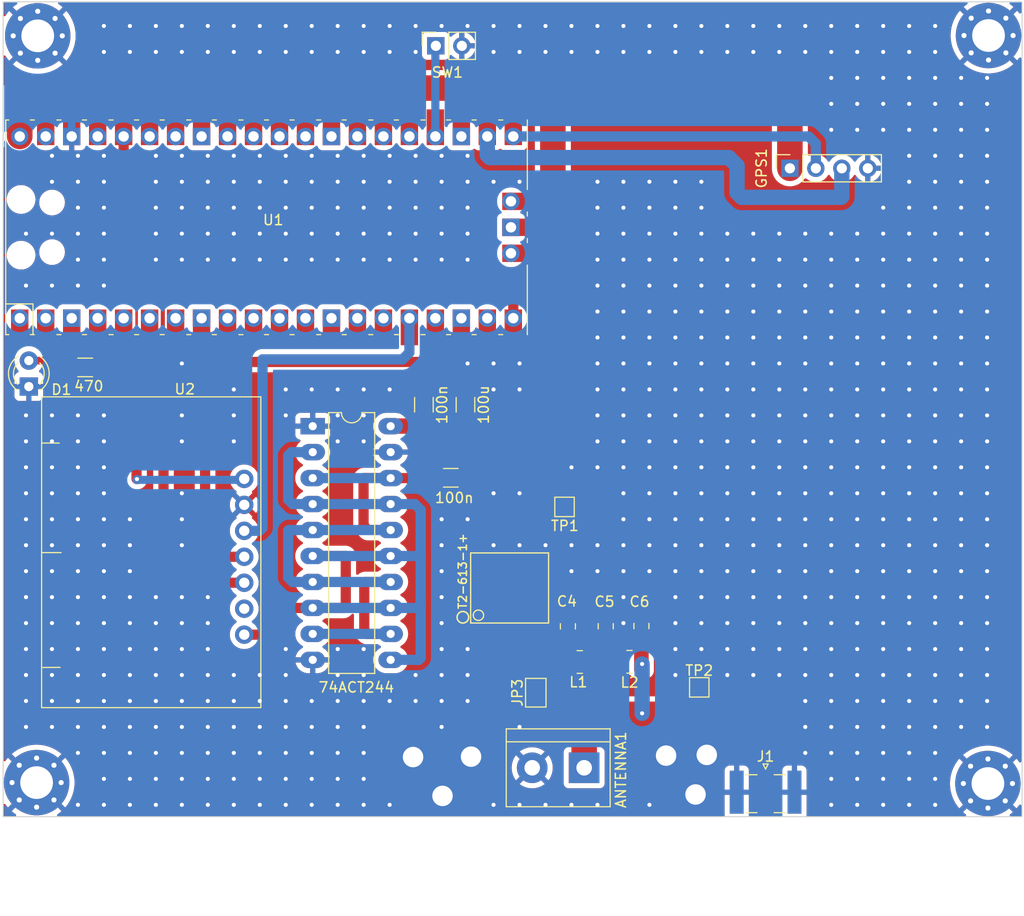
<source format=kicad_pcb>
(kicad_pcb (version 20221018) (generator pcbnew)
  (layers (0 "F.Cu" signal) (31 "B.Cu" signal) (34 "B.Paste" user) (35 "F.Paste" user) (36 "B.SilkS" user "B.Silkscreen") (37 "F.SilkS" user "F.Silkscreen") (38 "B.Mask" user) (39 "F.Mask" user) (44 "Edge.Cuts" user))
  (net 0 "")
  (net 1 "+5V")
  (net 2 "GND")
  (net 3 "Net-(U3-O0a)")
  (net 4 "Net-(U2-SO)")
  (net 5 "Net-(D1-A)")
  (net 6 "Net-(U1-GPIO2)")
  (net 18 "Net-(C1-Pad1)")
  (net 19 "Net-(U1-GPIO12)")
  (net 20 "Net-(U1-GPIO13)")
  (net 22 "Net-(U1-GPIO15)")
  (net 23 "Net-(SW1-A)")
  (net 42 "+3.3V")
  (net 43 "Net-(ANTENNA1-Pin_1)")
  (net 44 "Net-(JP3-B)")
  (net 45 "Net-(C5-Pad1)")
  (net 46 "Net-(GPS1-RX)")
  (net 47 "Net-(GPS1-TX)")
  (footprint "Capacitor_SMD:C_1206_3216Metric_Pad1.33x1.80mm_HandSolder" (layer "F.Cu") (at 134.934 96.1345 90)
    (fp_text reference "C8" hide)
    (fp_text value "100u")
  )
  (footprint "Connector_Coaxial:SMA_Samtec_SMA-J-P-X-ST-EM1_EdgeMount" (layer "F.Cu") (at 164.28 134.04)
    (fp_text reference "J1")
    (fp_text value "Conn_Coaxial" hide)
  )
  (footprint "LED_THT:LED_D3.0mm" (layer "F.Cu") (at 92.24 94.355 90)
    (fp_text reference "D1")
    (fp_text value "LED" hide)
  )
  (footprint "footprints:SI5351 Module" (layer "F.Cu") (at 108.3226 95.35995 -90)
    (fp_text reference "U2")
    (fp_text value "SI5351-Module-VFO (With TCXO)" hide)
  )
  (footprint "MountingHole:MountingHole_3.2mm_M3_Pad_Via" (layer "F.Cu") (at 186.02 133.19)
    (fp_text reference "H4" hide)
    (fp_text value "MountingHole_Pad" hide)
  )
  (footprint "Capacitor_SMD:C_0805_2012Metric_Pad1.18x1.45mm_HandSolder" (layer "F.Cu") (at 144.95 117.8125 90)
    (fp_text reference "C4")
    (fp_text value "120p" hide)
  )
  (footprint "TestPoint:TestPoint_Pad_1.5x1.5mm" (layer "F.Cu") (at 144.62 106.13)
    (fp_text reference "TP1")
    (fp_text value "TestPoint" hide)
  )
  (footprint "Capacitor_SMD:C_0805_2012Metric_Pad1.18x1.45mm_HandSolder" (layer "F.Cu") (at 152.14 117.7825 90)
    (fp_text reference "C6")
    (fp_text value "120p" hide)
  )
  (footprint "footprints:KK81" (layer "F.Cu") (at 139.25 114.06)
    (fp_text reference "TR1" hide)
    (fp_text value "T2-613-1+")
  )
  (footprint "Inductor_SMD:L_1008_2520Metric_Pad1.43x2.20mm_HandSolder" (layer "F.Cu") (at 146.11 121.3)
    (fp_text reference "L1")
    (fp_text value "360n" hide)
  )
  (footprint "TestPoint:TestPoint_Pad_1.5x1.5mm" (layer "F.Cu") (at 157.794 123.782)
    (fp_text reference "TP2")
    (fp_text value "TestPoint" hide)
  )
  (footprint "Capacitor_SMD:C_1206_3216Metric_Pad1.33x1.80mm_HandSolder" (layer "F.Cu") (at 130.87 96.1345 -90)
    (fp_text reference "C7" hide)
    (fp_text value "100n")
  )
  (footprint "Connector_PinSocket_2.54mm:PinSocket_1x02_P2.54mm_Vertical" (layer "F.Cu") (at 132.04 61.02 90)
    (fp_text reference "SW1")
    (fp_text value "SW_SPST" hide)
  )
  (footprint "MountingHole:MountingHole_3.2mm_M3_Pad_Via" (layer "F.Cu") (at 186.08 60.01)
    (fp_text reference "H2" hide)
    (fp_text value "MountingHole_Pad" hide)
  )
  (footprint "Connector_PinSocket_2.54mm:PinSocket_1x04_P2.54mm_Vertical" (layer "F.Cu") (at 166.655 73 90)
    (fp_text reference "GPS1")
    (fp_text value "GY-NEO6MV2-Module" hide)
  )
  (footprint "MountingHole:MountingHole_3.2mm_M3_Pad_Via" (layer "F.Cu") (at 93.11 60.04)
    (fp_text reference "H1" hide)
    (fp_text value "MountingHole_Pad" hide)
  )
  (footprint "footprints:RPi_Pico_SMD_TH" (layer "F.Cu") (at 115.481 78.774 90)
    (fp_text reference "U1")
    (fp_text value "Pico" hide)
  )
  (footprint "Inductor_SMD:L_1008_2520Metric_Pad1.43x2.20mm_HandSolder" (layer "F.Cu") (at 150.9725 121.28)
    (fp_text reference "L2")
    (fp_text value "360n" hide)
  )
  (footprint "TerminalBlock:TerminalBlock_bornier-2_P5.08mm" (layer "F.Cu") (at 146.54 131.65 180)
    (fp_text reference "ANTENNA1")
    (fp_text value "Screw_Terminal_01x02" hide)
  )
  (footprint "Package_DIP:DIP-20_W7.62mm_LongPads" (layer "F.Cu") (at 119.998 98.232)
    (fp_text reference "U3" hide)
    (fp_text value "74ACT244")
  )
  (footprint "Jumper:SolderJumper-2_P1.3mm_Open_TrianglePad1.0x1.5mm" (layer "F.Cu") (at 141.81 124.305 90)
    (fp_text reference "JP3")
    (fp_text value "Jumper_2_Open" hide)
  )
  (footprint "MountingHole:MountingHole_3.2mm_M3_Pad_Via" (layer "F.Cu") (at 93 133.1 90)
    (fp_text reference "H3" hide)
    (fp_text value "MountingHole_Pad" hide)
  )
  (footprint "Capacitor_SMD:C_0805_2012Metric_Pad1.18x1.45mm_HandSolder" (layer "F.Cu") (at 148.65 117.8025 90)
    (fp_text reference "C5")
    (fp_text value "200p" hide)
  )
  (footprint "Capacitor_SMD:C_1206_3216Metric_Pad1.33x1.80mm_HandSolder" (layer "F.Cu") (at 133.5 103.28 180)
    (fp_text reference "C1" hide)
    (fp_text value "100n")
  )
  (footprint "Resistor_SMD:R_1206_3216Metric_Pad1.30x1.75mm_HandSolder" (layer "F.Cu") (at 97.75 92.48 180)
    (fp_text reference "R2" hide)
    (fp_text value "470")
  )
  (gr_circle (center 134.68 116.924) (end 134.934 116.416) (stroke (width 0.15)) (fill none) (layer "F.SilkS"))
  (gr_rect (start 89.728 56.712) (end 189.36 136.432) (stroke (width 0.1)) (fill none) (layer "Edge.Cuts"))
  (segment (start 143.481 65.371) (end 143.481 98.149) (width 2.5) (layer "F.Cu") (net 1))
  (segment (start 132.34 98.22) (end 127.63 98.22) (width 1.5) (layer "F.Cu") (net 1))
  (segment (start 140.0074 98.2226) (end 140.05 98.18) (width 1.5) (layer "F.Cu") (net 1))
  (segment (start 92.15 65.15) (end 139.47 65.15) (width 2.5) (layer "F.Cu") (net 1))
  (segment (start 166.655 66.685) (end 165.12 65.15) (width 2.5) (layer "F.Cu") (net 1))
  (segment (start 143.481 98.149) (end 143.45 98.18) (width 2.5) (layer "F.Cu") (net 1))
  (segment (start 139.47 65.15) (end 165.12 65.15) (width 2.5) (layer "F.Cu") (net 1))
  (segment (start 91.351 69.884) (end 91.351 65.949) (width 2.5) (layer "F.Cu") (net 1))
  (segment (start 91.351 65.949) (end 92.15 65.15) (width 2.5) (layer "F.Cu") (net 1))
  (segment (start 143.26 65.15) (end 143.481 65.371) (width 2.5) (layer "F.Cu") (net 1))
  (segment (start 166.655 66.685) (end 166.655 73) (width 2.5) (layer "F.Cu") (net 1))
  (segment (start 136.85 98.2226) (end 132.3426 98.2226) (width 1.5) (layer "F.Cu") (net 1))
  (segment (start 139.47 65.15) (end 143.26 65.15) (width 2.5) (layer "F.Cu") (net 1))
  (segment (start 143.45 98.18) (end 140.05 98.18) (width 2.5) (layer "F.Cu") (net 1))
  (segment (start 136.85 98.2226) (end 140.0074 98.2226) (width 1.5) (layer "F.Cu") (net 1))
  (via (at 155.461 61.615) (size 0.8) (drill 0.4) (layers "F.Cu" "B.Cu") (net 2))
  (via (at 165.621 117.495) (size 0.8) (drill 0.4) (layers "F.Cu" "B.Cu") (net 2))
  (via (at 122.441 132.735) (size 0.8) (drill 0.4) (layers "F.Cu" "B.Cu") (net 2))
  (via (at 178.321 114.955) (size 0.8) (drill 0.4) (layers "F.Cu" "B.Cu") (net 2))
  (via (at 183.401 76.855) (size 0.8) (drill 0.4) (layers "F.Cu" "B.Cu") (net 2))
  (via (at 158.001 61.615) (size 0.8) (drill 0.4) (layers "F.Cu" "B.Cu") (net 2))
  (via (at 132.601 125.115) (size 0.8) (drill 0.4) (layers "F.Cu" "B.Cu") (net 2))
  (via (at 150.381 76.855) (size 0.8) (drill 0.4) (layers "F.Cu" "B.Cu") (net 2))
  (via (at 178.321 87.015) (size 0.8) (drill 0.4) (layers "F.Cu" "B.Cu") (net 2))
  (via (at 178.321 112.415) (size 0.8) (drill 0.4) (layers "F.Cu" "B.Cu") (net 2))
  (via (at 135.141 76.855) (size 0.8) (drill 0.4) (layers "F.Cu" "B.Cu") (net 2))
  (via (at 155.461 92.095) (size 0.8) (drill 0.4) (layers "F.Cu" "B.Cu") (net 2))
  (via (at 97.041 114.955) (size 0.8) (drill 0.4) (layers "F.Cu" "B.Cu") (net 2))
  (via (at 170.701 97.175) (size 0.8) (drill 0.4) (layers "F.Cu" "B.Cu") (net 2))
  (via (at 173.241 117.495) (size 0.8) (drill 0.4) (layers "F.Cu" "B.Cu") (net 2))
  (via (at 145.301 59.075) (size 0.8) (drill 0.4) (layers "F.Cu" "B.Cu") (net 2))
  (via (at 175.781 127.655) (size 0.8) (drill 0.4) (layers "F.Cu" "B.Cu") (net 2))
  (via (at 94.501 84.475) (size 0.8) (drill 0.4) (layers "F.Cu" "B.Cu") (net 2))
  (via (at 173.241 104.795) (size 0.8) (drill 0.4) (layers "F.Cu" "B.Cu") (net 2))
  (via (at 127.521 59.075) (size 0.8) (drill 0.4) (layers "F.Cu" "B.Cu") (net 2))
  (via (at 107.201 76.855) (size 0.8) (drill 0.4) (layers "F.Cu" "B.Cu") (net 2))
  (via (at 137.681 104.795) (size 0.8) (drill 0.4) (layers "F.Cu" "B.Cu") (net 2))
  (via (at 147.841 59.075) (size 0.8) (drill 0.4) (layers "F.Cu" "B.Cu") (net 2))
  (via (at 114.821 61.615) (size 0.8) (drill 0.4) (layers "F.Cu" "B.Cu") (net 2))
  (via (at 173.241 97.175) (size 0.8) (drill 0.4) (layers "F.Cu" "B.Cu") (net 2))
  (via (at 180.861 89.555) (size 0.8) (drill 0.4) (layers "F.Cu" "B.Cu") (net 2))
  (via (at 147.841 61.615) (size 0.8) (drill 0.4) (layers "F.Cu" "B.Cu") (net 2))
  (via (at 107.201 59.075) (size 0.8) (drill 0.4) (layers "F.Cu" "B.Cu") (net 2))
  (via (at 107.201 74.315) (size 0.8) (drill 0.4) (layers "F.Cu" "B.Cu") (net 2))
  (via (at 132.69 134.4) (size 2.2) (drill 2) (layers "F.Cu" "B.Cu") (net 2))
  (via (at 175.781 120.035) (size 0.8) (drill 0.4) (layers "F.Cu" "B.Cu") (net 2))
  (via (at 91.961 99.715) (size 0.8) (drill 0.4) (layers "F.Cu" "B.Cu") (net 2))
  (via (at 163.081 107.335) (size 0.8) (drill 0.4) (layers "F.Cu" "B.Cu") (net 2))
  (via (at 173.241 99.715) (size 0.8) (drill 0.4) (layers "F.Cu" "B.Cu") (net 2))
  (via (at 178.321 92.095) (size 0.8) (drill 0.4) (layers "F.Cu" "B.Cu") (net 2))
  (via (at 185.941 127.655) (size 0.8) (drill 0.4) (layers "F.Cu" "B.Cu") (net 2))
  (via (at 165.621 109.875) (size 0.8) (drill 0.4) (layers "F.Cu" "B.Cu") (net 2))
  (via (at 150.381 114.955) (size 0.8) (drill 0.4) (layers "F.Cu" "B.Cu") (net 2))
  (via (at 158.001 94.635) (size 0.8) (drill 0.4) (layers "F.Cu" "B.Cu") (net 2))
  (via (at 160.541 84.475) (size 0.8) (drill 0.4) (layers "F.Cu" "B.Cu") (net 2))
  (via (at 163.081 89.555) (size 0.8) (drill 0.4) (layers "F.Cu" "B.Cu") (net 2))
  (via (at 109.741 74.315) (size 0.8) (drill 0.4) (layers "F.Cu" "B.Cu") (net 2))
  (via (at 183.401 120.035) (size 0.8) (drill 0.4) (layers "F.Cu" "B.Cu") (net 2))
  (via (at 180.861 69.235) (size 0.8) (drill 0.4) (layers "F.Cu" "B.Cu") (net 2))
  (via (at 155.461 107.335) (size 0.8) (drill 0.4) (layers "F.Cu" "B.Cu") (net 2))
  (via (at 124.981 127.655) (size 0.8) (drill 0.4) (layers "F.Cu" "B.Cu") (net 2))
  (via (at 183.401 127.655) (size 0.8) (drill 0.4) (layers "F.Cu" "B.Cu") (net 2))
  (via (at 175.781 132.735) (size 0.8) (drill 0.4) (layers "F.Cu" "B.Cu") (net 2))
  (via (at 178.321 127.655) (size 0.8) (drill 0.4) (layers "F.Cu" "B.Cu") (net 2))
  (via (at 185.941 114.955) (size 0.8) (drill 0.4) (layers "F.Cu" "B.Cu") (net 2))
  (via (at 124.981 122.575) (size 0.8) (drill 0.4) (layers "F.Cu" "B.Cu") (net 2))
  (via (at 150.381 59.075) (size 0.8) (drill 0.4) (layers "F.Cu" "B.Cu") (net 2))
  (via (at 119.901 74.315) (size 0.8) (drill 0.4) (layers "F.Cu" "B.Cu") (net 2))
  (via (at 97.041 74.315) (size 0.8) (drill 0.4) (layers "F.Cu" "B.Cu") (net 2))
  (via (at 119.901 59.075) (size 0.8) (drill 0.4) (layers "F.Cu" "B.Cu") (net 2))
  (via (at 132.601 122.575) (size 0.8) (drill 0.4) (layers "F.Cu" "B.Cu") (net 2))
  (via (at 158.001 102.255) (size 0.8) (drill 0.4) (layers "F.Cu" "B.Cu") (net 2))
  (via (at 91.961 117.495) (size 0.8) (drill 0.4) (layers "F.Cu" "B.Cu") (net 2))
  (via (at 178.321 97.175) (size 0.8) (drill 0.4) (layers "F.Cu" "B.Cu") (net 2))
  (via (at 114.821 125.115) (size 0.8) (drill 0.4) (layers "F.Cu" "B.Cu") (net 2))
  (via (at 119.901 61.615) (size 0.8) (drill 0.4) (layers "F.Cu" "B.Cu") (net 2))
  (via (at 132.601 107.335) (size 0.8) (drill 0.4) (layers "F.Cu" "B.Cu") (net 2))
  (via (at 107.201 130.195) (size 0.8) (drill 0.4) (layers "F.Cu" "B.Cu") (net 2))
  (via (at 170.701 69.235) (size 0.8) (drill 0.4) (layers "F.Cu" "B.Cu") (net 2))
  (via (at 155.461 89.555) (size 0.8) (drill 0.4) (layers "F.Cu" "B.Cu") (net 2))
  (via (at 185.941 102.255) (size 0.8) (drill 0.4) (layers "F.Cu" "B.Cu") (net 2))
  (via (at 147.841 94.635) (size 0.8) (drill 0.4) (layers "F.Cu" "B.Cu") (net 2))
  (via (at 178.321 64.155) (size 0.8) (drill 0.4) (layers "F.Cu" "B.Cu") (net 2))
  (via (at 180.861 135.275) (size 0.8) (drill 0.4) (layers "F.Cu" "B.Cu") (net 2))
  (via (at 155.461 97.175) (size 0.8) (drill 0.4) (layers "F.Cu" "B.Cu") (net 2))
  (via (at 152.921 94.635) (size 0.8) (drill 0.4) (layers "F.Cu" "B.Cu") (net 2))
  (via (at 165.621 92.095) (size 0.8) (drill 0.4) (layers "F.Cu" "B.Cu") (net 2))
  (via (at 165.621 79.395) (size 0.8) (drill 0.4) (layers "F.Cu" "B.Cu") (net 2))
  (via (at 150.381 94.635) (size 0.8) (drill 0.4) (layers "F.Cu" "B.Cu") (net 2))
  (via (at 154.55 130.46) (size 2.2) (drill 2) (layers "F.Cu" "B.Cu") (net 2))
  (via (at 185.941 107.335) (size 0.8) (drill 0.4) (layers "F.Cu" "B.Cu") (net 2))
  (via (at 104.661 74.315) (size 0.8) (drill 0.4) (layers "F.Cu" "B.Cu") (net 2))
  (via (at 124.981 74.315) (size 0.8) (drill 0.4) (layers "F.Cu" "B.Cu") (net 2))
  (via (at 137.681 61.615) (size 0.8) (drill 0.4) (layers "F.Cu" "B.Cu") (net 2))
  (via (at 183.401 64.155) (size 0.8) (drill 0.4) (layers "F.Cu" "B.Cu") (net 2))
  (via (at 155.461 99.715) (size 0.8) (drill 0.4) (layers "F.Cu" "B.Cu") (net 2))
  (via (at 99.581 107.335) (size 0.8) (drill 0.4) (layers "F.Cu" "B.Cu") (net 2))
  (via (at 160.541 117.495) (size 0.8) (drill 0.4) (layers "F.Cu" "B.Cu") (net 2))
  (via (at 107.201 97.175) (size 0.8) (drill 0.4) (layers "F.Cu" "B.Cu") (net 2))
  (via (at 165.621 61.615) (size 0.8) (drill 0.4) (layers "F.Cu" "B.Cu") (net 2))
  (via (at 185.941 74.315) (size 0.8) (drill 0.4) (layers "F.Cu" "B.Cu") (net 2))
  (via (at 117.361 122.575) (size 0.8) (drill 0.4) (layers "F.Cu" "B.Cu") (net 2))
  (via (at 104.661 71.775) (size 0.8) (drill 0.4) (layers "F.Cu" "B.Cu") (net 2))
  (via (at 91.961 127.655) (size 0.8) (drill 0.4) (layers "F.Cu" "B.Cu") (net 2))
  (via (at 178.321 132.735) (size 0.8) (drill 0.4) (layers "F.Cu" "B.Cu") (net 2))
  (via (at 178.321 99.715) (size 0.8) (drill 0.4) (layers "F.Cu" "B.Cu") (net 2))
  (via (at 102.121 61.615) (size 0.8) (drill 0.4) (layers "F.Cu" "B.Cu") (net 2))
  (via (at 178.321 66.695) (size 0.8) (drill 0.4) (layers "F.Cu" "B.Cu") (net 2))
  (via (at 112.281 132.735) (size 0.8) (drill 0.4) (layers "F.Cu" "B.Cu") (net 2))
  (via (at 180.861 112.415) (size 0.8) (drill 0.4) (layers "F.Cu" "B.Cu") (net 2))
  (via (at 97.041 84.475) (size 0.8) (drill 0.4) (layers "F.Cu" "B.Cu") (net 2))
  (via (at 158.001 74.315) (size 0.8) (drill 0.4) (layers "F.Cu" "B.Cu") (net 2))
  (via (at 122.441 94.635) (size 0.8) (drill 0.4) (layers "F.Cu" "B.Cu") (net 2))
  (via (at 178.321 135.275) (size 0.8) (drill 0.4) (layers "F.Cu" "B.Cu") (net 2))
  (via (at 163.081 81.935) (size 0.8) (drill 0.4) (layers "F.Cu" "B.Cu") (net 2))
  (via (at 175.781 122.575) (size 0.8) (drill 0.4) (layers "F.Cu" "B.Cu") (net 2))
  (via (at 135.141 74.315) (size 0.8) (drill 0.4) (layers "F.Cu" "B.Cu") (net 2))
  (via (at 112.281 81.935) (size 0.8) (drill 0.4) (layers "F.Cu" "B.Cu") (net 2))
  (via (at 178.321 107.335) (size 0.8) (drill 0.4) (layers "F.Cu" "B.Cu") (net 2))
  (via (at 155.461 74.315) (size 0.8) (drill 0.4) (layers "F.Cu" "B.Cu") (net 2))
  (via (at 152.921 102.255) (size 0.8) (drill 0.4) (layers "F.Cu" "B.Cu") (net 2))
  (via (at 97.041 130.195) (size 0.8) (drill 0.4) (layers "F.Cu" "B.Cu") (net 2))
  (via (at 112.281 125.115) (size 0.8) (drill 0.4) (layers "F.Cu" "B.Cu") (net 2))
  (via (at 137.681 59.075) (size 0.8) (drill 0.4) (layers "F.Cu" "B.Cu") (net 2))
  (via (at 94.501 107.335) (size 0.8) (drill 0.4) (layers "F.Cu" "B.Cu") (net 2))
  (via (at 122.441 99.715) (size 0.8) (drill 0.4) (layers "F.Cu" "B.Cu") (net 2))
  (via (at 102.121 120.035) (size 0.8) (drill 0.4) (layers "F.Cu" "B.Cu") (net 2))
  (via (at 130.061 76.855) (size 0.8) (drill 0.4) (layers "F.Cu" "B.Cu") (net 2))
  (via (at 135.141 59.075) (size 0.8) (drill 0.4) (layers "F.Cu" "B.Cu") (net 2))
  (via (at 102.121 125.115) (size 0.8) (drill 0.4) (layers "F.Cu" "B.Cu") (net 2))
  (via (at 104.661 132.735) (size 0.8) (drill 0.4) (layers "F.Cu" "B.Cu") (net 2))
  (via (at 112.281 71.775) (size 0.8) (drill 0.4) (layers "F.Cu" "B.Cu") (net 2))
  (via (at 185.941 109.875) (size 0.8) (drill 0.4) (layers "F.Cu" "B.Cu") (net 2))
  (via (at 158.001 104.795) (size 0.8) (drill 0.4) (layers "F.Cu" "B.Cu") (net 2))
  (via (at 94.501 125.115) (size 0.8) (drill 0.4) (layers "F.Cu" "B.Cu") (net 2))
  (via (at 185.941 66.695) (size 0.8) (drill 0.4) (layers "F.Cu" "B.Cu") (net 2))
  (via (at 175.781 112.415) (size 0.8) (drill 0.4) (layers "F.Cu" "B.Cu") (net 2))
  (via (at 99.581 125.115) (size 0.8) (drill 0.4) (layers "F.Cu" "B.Cu") (net 2))
  (via (at 97.041 99.715) (size 0.8) (drill 0.4) (layers "F.Cu" "B.Cu") (net 2))
  (via (at 91.961 104.795) (size 0.8) (drill 0.4) (layers "F.Cu" "B.Cu") (net 2))
  (via (at 183.401 102.255) (size 0.8) (drill 0.4) (layers "F.Cu" "B.Cu") (net 2))
  (via (at 150.381 97.175) (size 0.8) (drill 0.4) (layers "F.Cu" "B.Cu") (net 2))
  (via (at 135.141 120.035) (size 0.8) (drill 0.4) (layers "F.Cu" "B.Cu") (net 2))
  (via (at 180.861 84.475) (size 0.8) (drill 0.4) (layers "F.Cu" "B.Cu") (net 2))
  (via (at 155.461 122.575) (size 0.8) (drill 0.4) (layers "F.Cu" "B.Cu") (net 2))
  (via (at 165.621 107.335) (size 0.8) (drill 0.4) (layers "F.Cu" "B.Cu") (net 2))
  (via (at 180.861 117.495) (size 0.8) (drill 0.4) (layers "F.Cu" "B.Cu") (net 2))
  (via (at 173.241 66.695) (size 0.8) (drill 0.4) (layers "F.Cu" "B.Cu") (net 2))
  (via (at 137.681 94.635) (size 0.8) (drill 0.4) (layers "F.Cu" "B.Cu") (net 2))
  (via (at 142.761 109.875) (size 0.8) (drill 0.4) (layers "F.Cu" "B.Cu") (net 2))
  (via (at 168.161 109.875) (size 0.8) (drill 0.4) (layers "F.Cu" "B.Cu") (net 2))
  (via (at 94.501 122.575) (size 0.8) (drill 0.4) (layers "F.Cu" "B.Cu") (net 2))
  (via (at 185.941 81.935) (size 0.8) (drill 0.4) (layers "F.Cu" "B.Cu") (net 2))
  (via (at 165.621 114.955) (size 0.8) (drill 0.4) (layers "F.Cu" "B.Cu") (net 2))
  (via (at 99.581 112.415) (size 0.8) (drill 0.4) (layers "F.Cu" "B.Cu") (net 2))
  (via (at 170.701 81.935) (size 0.8) (drill 0.4) (layers "F.Cu" "B.Cu") (net 2))
  (via (at 158.001 92.095) (size 0.8) (drill 0.4) (layers "F.Cu" "B.Cu") (net 2))
  (via (at 180.861 81.935) (size 0.8) (drill 0.4) (layers "F.Cu" "B.Cu") (net 2))
  (via (at 183.401 79.395) (size 0.8) (drill 0.4) (layers "F.Cu" "B.Cu") (net 2))
  (via (at 117.361 81.935) (size 0.8) (drill 0.4) (layers "F.Cu" "B.Cu") (net 2))
  (via (at 173.241 94.635) (size 0.8) (drill 0.4) (layers "F.Cu" "B.Cu") (net 2))
  (via (at 168.161 107.335) (size 0.8) (drill 0.4) (layers "F.Cu" "B.Cu") (net 2))
  (via (at 175.781 92.095) (size 0.8) (drill 0.4) (layers "F.Cu" "B.Cu") (net 2))
  (via (at 99.581 76.855) (size 0.8) (drill 0.4) (layers "F.Cu" "B.Cu") (net 2))
  (via (at 152.921 84.475) (size 0.8) (drill 0.4) (layers "F.Cu" "B.Cu") (net 2))
  (via (at 158.53 130.39) (size 2.2) (drill 2) (layers "F.Cu" "B.Cu") (net 2))
  (via (at 168.161 122.575) (size 0.8) (drill 0.4) (layers "F.Cu" "B.Cu") (net 2))
  (via (at 168.161 125.115) (size 0.8) (drill 0.4) (layers "F.Cu" "B.Cu") (net 2))
  (via (at 170.701 127.655) (size 0.8) (drill 0.4) (layers "F.Cu" "B.Cu") (net 2))
  (via (at 107.201 71.775) (size 0.8) (drill 0.4) (layers "F.Cu" "B.Cu") (net 2))
  (via (at 109.741 135.275) (size 0.8) (drill 0.4) (layers "F.Cu" "B.Cu") (net 2))
  (via (at 155.461 109.875) (size 0.8) (drill 0.4) (layers "F.Cu" "B.Cu") (net 2))
  (via (at 168.161 120.035) (size 0.8) (drill 0.4) (layers "F.Cu" "B.Cu") (net 2))
  (via (at 150.381 61.615) (size 0.8) (drill 0.4) (layers "F.Cu" "B.Cu") (net 2))
  (via (at 122.441 71.775) (size 0.8) (drill 0.4) (layers "F.Cu" "B.Cu") (net 2))
  (via (at 122.441 61.615) (size 0.8) (drill 0.4) (layers "F.Cu" "B.Cu") (net 2))
  (via (at 163.081 104.795) (size 0.8) (drill 0.4) (layers "F.Cu" "B.Cu") (net 2))
  (via (at 180.861 99.715) (size 0.8) (drill 0.4) (layers "F.Cu" "B.Cu") (net 2))
  (via (at 175.781 64.155) (size 0.8) (drill 0.4) (layers "F.Cu" "B.Cu") (net 2))
  (via (at 165.621 97.175) (size 0.8) (drill 0.4) (layers "F.Cu" "B.Cu") (net 2))
  (via (at 104.661 122.575) (size 0.8) (drill 0.4) (layers "F.Cu" "B.Cu") (net 2))
  (via (at 155.461 87.015) (size 0.8) (drill 0.4) (layers "F.Cu" "B.Cu") (net 2))
  (via (at 158.001 84.475) (size 0.8) (drill 0.4) (layers "F.Cu" "B.Cu") (net 2))
  (via (at 130.061 74.315) (size 0.8) (drill 0.4) (layers "F.Cu" "B.Cu") (net 2))
  (via (at 119.901 127.655) (size 0.8) (drill 0.4) (layers "F.Cu" "B.Cu") (net 2))
  (via (at 152.921 135.275) (size 0.8) (drill 0.4) (layers "F.Cu" "B.Cu") (net 2))
  (via (at 180.861 104.795) (size 0.8) (drill 0.4) (layers "F.Cu" "B.Cu") (net 2))
  (via (at 175.781 130.195) (size 0.8) (drill 0.4) (layers "F.Cu" "B.Cu") (net 2))
  (via (at 112.281 97.175) (size 0.8) (drill 0.4) (layers "F.Cu" "B.Cu") (net 2))
  (via (at 107.201 79.395) (size 0.8) (drill 0.4) (layers "F.Cu" "B.Cu") (net 2))
  (via (at 122.441 59.075) (size 0.8) (drill 0.4) (layers "F.Cu" "B.Cu") (net 2))
  (via (at 117.361 79.395) (size 0.8) (drill 0.4) (layers "F.Cu" "B.Cu") (net 2))
  (via (at 114.821 122.575) (size 0.8) (drill 0.4) (layers "F.Cu" "B.Cu") (net 2))
  (via (at 173.241 87.015) (size 0.8) (drill 0.4) (layers "F.Cu" "B.Cu") (net 2))
  (via (at 97.041 76.855) (size 0.8) (drill 0.4) (layers "F.Cu" "B.Cu") (net 2))
  (via (at 99.581 135.275) (size 0.8) (drill 0.4) (layers "F.Cu" "B.Cu") (net 2))
  (via (at 163.081 79.395) (size 0.8) (drill 0.4) (layers "F.Cu" "B.Cu") (net 2))
  (via (at 107.201 117.495) (size 0.8) (drill 0.4) (layers "F.Cu" "B.Cu") (net 2))
  (via (at 107.201 92.095) (size 0.8) (drill 0.4) (layers "F.Cu" "B.Cu") (net 2))
  (via (at 160.541 92.095) (size 0.8) (drill 0.4) (layers "F.Cu" "B.Cu") (net 2))
  (via (at 185.941 84.475) (size 0.8) (drill 0.4) (layers "F.Cu" "B.Cu") (net 2))
  (via (at 147.841 79.395) (size 0.8) (drill 0.4) (layers "F.Cu" "B.Cu") (net 2))
  (via (at 152.921 79.395) (size 0.8) (drill 0.4) (layers "F.Cu" "B.Cu") (net 2))
  (via (at 94.501 104.795) (size 0.8) (drill 0.4) (layers "F.Cu" "B.Cu") (net 2))
  (via (at 155.461 112.415) (size 0.8) (drill 0.4) (layers "F.Cu" "B.Cu") (net 2))
  (via (at 109.741 71.775) (size 0.8) (drill 0.4) (layers "F.Cu" "B.Cu") (net 2))
  (via (at 102.121 135.275) (size 0.8) (drill 0.4) (layers "F.Cu" "B.Cu") (net 2))
  (via (at 173.241 114.955) (size 0.8) (drill 0.4) (layers "F.Cu" "B.Cu") (net 2))
  (via (at 117.361 71.775) (size 0.8) (drill 0.4) (layers "F.Cu" "B.Cu") (net 2))
  (via (at 127.521 125.115) (size 0.8) (drill 0.4) (layers "F.Cu" "B.Cu") (net 2))
  (via (at 180.861 92.095) (size 0.8) (drill 0.4) (layers "F.Cu" "B.Cu") (net 2))
  (via (at 117.361 135.275) (size 0.8) (drill 0.4) (layers "F.Cu" "B.Cu") (net 2))
  (via (at 152.921 89.555) (size 0.8) (drill 0.4) (layers "F.Cu" "B.Cu") (net 2))
  (via (at 175.781 97.175) (size 0.8) (drill 0.4) (layers "F.Cu" "B.Cu") (net 2))
  (via (at 102.121 109.875) (size 0.8) (drill 0.4) (layers "F.Cu" "B.Cu") (net 2))
  (via (at 170.701 66.695) (size 0.8) (drill 0.4) (layers "F.Cu" "B.Cu") (net 2))
  (via (at 175.781 104.795) (size 0.8) (drill 0.4) (layers "F.Cu" "B.Cu") (net 2))
  (via (at 147.841 89.555) (size 0.8) (drill 0.4) (layers "F.Cu" "B.Cu") (net 2))
  (via (at 94.501 112.415) (size 0.8) (drill 0.4) (layers "F.Cu" "B.Cu") (net 2))
  (via (at 180.861 120.035) (size 0.8) (drill 0.4) (layers "F.Cu" "B.Cu") (net 2))
  (via (at 91.961 122.575) (size 0.8) (drill 0.4) (layers "F.Cu" "B.Cu") (net 2))
  (via (at 94.501 120.035) (size 0.8) (drill 0.4) (layers "F.Cu" "B.Cu") (net 2))
  (via (at 160.541 94.635) (size 0.8) (drill 0.4) (layers "F.Cu" "B.Cu") (net 2))
  (via (at 163.081 61.615) (size 0.8) (drill 0.4) (layers "F.Cu" "B.Cu") (net 2))
  (via (at 160.541 99.715) (size 0.8) (drill 0.4) (layers "F.Cu" "B.Cu") (net 2))
  (via (at 122.441 125.115) (size 0.8) (drill 0.4) (layers "F.Cu" "B.Cu") (net 2))
  (via (at 163.081 120.035) (size 0.8) (drill 0.4) (layers "F.Cu" "B.Cu") (net 2))
  (via (at 168.161 79.395) (size 0.8) (drill 0.4) (layers "F.Cu" "B.Cu") (net 2))
  (via (at 183.401 117.495) (size 0.8) (drill 0.4) (layers "F.Cu" "B.Cu") (net 2))
  (via (at 183.401 92.095) (size 0.8) (drill 0.4) (layers "F.Cu" "B.Cu") (net 2))
  (via (at 155.461 104.795) (size 0.8) (drill 0.4) (layers "F.Cu" "B.Cu") (net 2))
  (via (at 165.621 59.075) (size 0.8) (drill 0.4) (layers "F.Cu" "B.Cu") (net 2))
  (via (at 170.701 92.095) (size 0.8) (drill 0.4) (layers "F.Cu" "B.Cu") (net 2))
  (via (at 140.221 92.095) (size 0.8) (drill 0.4) (layers "F.Cu" "B.Cu") (net 2))
  (via (at 175.781 125.115) (size 0.8) (drill 0.4) (layers "F.Cu" "B.Cu") (net 2))
  (via (at 137.681 74.315) (size 0.8) (drill 0.4) (layers "F.Cu" "B.Cu") (net 2))
  (via (at 91.961 84.475) (size 0.8) (drill 0.4) (layers "F.Cu" "B.Cu") (net 2))
  (via (at 185.941 97.175) (size 0.8) (drill 0.4) (layers "F.Cu" "B.Cu") (net 2))
  (via (at 180.861 64.155) (size 0.8) (drill 0.4) (layers "F.Cu" "B.Cu") (net 2))
  (via (at 183.401 99.715) (size 0.8) (drill 0.4) (layers "F.Cu" "B.Cu") (net 2))
  (via (at 170.701 130.195) (size 0.8) (drill 0.4) (layers "F.Cu" "B.Cu") (net 2))
  (via (at 180.861 109.875) (size 0.8) (drill 0.4) (layers "F.Cu" "B.Cu") (net 2))
  (via (at 132.601 59.075) (size 0.8) (drill 0.4) (layers "F.Cu" "B.Cu") (net 2))
  (via (at 185.941 99.715) (size 0.8) (drill 0.4) (layers "F.Cu" "B.Cu") (net 2))
  (via (at 117.361 61.615) (size 0.8) (drill 0.4) (layers "F.Cu" "B.Cu") (net 2))
  (via (at 150.381 92.095) (size 0.8) (drill 0.4) (layers "F.Cu" "B.Cu") (net 2))
  (via (at 97.041 107.335) (size 0.8) (drill 0.4) (layers "F.Cu" "B.Cu") (net 2))
  (via (at 160.541 81.935) (size 0.8) (drill 0.4) (layers "F.Cu" "B.Cu") (net 2))
  (via (at 152.921 107.335) (size 0.8) (drill 0.4) (layers "F.Cu" "B.Cu") (net 2))
  (via (at 168.161 117.495) (size 0.8) (drill 0.4) (layers "F.Cu" "B.Cu") (net 2))
  (via (at 165.621 104.795) (size 0.8) (drill 0.4) (layers "F.Cu" "B.Cu") (net 2))
  (via (at 178.321 125.115) (size 0.8) (drill 0.4) (layers "F.Cu" "B.Cu") (net 2))
  (via (at 178.321 104.795) (size 0.8) (drill 0.4) (layers "F.Cu" "B.Cu") (net 2))
  (via (at 147.841 102.255) (size 0.8) (drill 0.4) (layers "F.Cu" "B.Cu") (net 2))
  (via (at 163.081 99.715) (size 0.8) (drill 0.4) (layers "F.Cu" "B.Cu") (net 2))
  (via (at 165.621 99.715) (size 0.8) (drill 0.4) (layers "F.Cu" "B.Cu") (net 2))
  (via (at 150.381 89.555) (size 0.8) (drill 0.4) (layers "F.Cu" "B.Cu") (net 2))
  (via (at 183.401 114.955) (size 0.8) (drill 0.4) (layers "F.Cu" "B.Cu") (net 2))
  (via (at 180.861 94.635) (size 0.8) (drill 0.4) (layers "F.Cu" "B.Cu") (net 2))
  (via (at 173.241 69.235) (size 0.8) (drill 0.4) (layers "F.Cu" "B.Cu") (net 2))
  (via (at 112.281 135.275) (size 0.8) (drill 0.4) (layers "F.Cu" "B.Cu") (net 2))
  (via (at 160.541 89.555) (size 0.8) (drill 0.4) (layers "F.Cu" "B.Cu") (net 2))
  (via (at 124.981 59.075) (size 0.8) (drill 0.4) (layers "F.Cu" "B.Cu") (net 2))
  (via (at 180.861 127.655) (size 0.8) (drill 0.4) (layers "F.Cu" "B.Cu") (net 2))
  (via (at 185.941 76.855) (size 0.8) (drill 0.4) (layers "F.Cu" "B.Cu") (net 2))
  (via (at 102.121 117.495) (size 0.8) (drill 0.4) (layers "F.Cu" "B.Cu") (net 2))
  (via (at 152.921 81.935) (size 0.8) (drill 0.4) (layers "F.Cu" "B.Cu") (net 2))
  (via (at 104.661 125.115) (size 0.8) (drill 0.4) (layers "F.Cu" "B.Cu") (net 2))
  (via (at 168.161 97.175) (size 0.8) (drill 0.4) (layers "F.Cu" "B.Cu") (net 2))
  (via (at 170.701 107.335) (size 0.8) (drill 0.4) (layers "F.Cu" "B.Cu") (net 2))
  (via (at 127.521 94.635) (size 0.8) (drill 0.4) (layers "F.Cu" "B.Cu") (net 2))
  (via (at 122.441 81.935) (size 0.8) (drill 0.4) (layers "F.Cu" "B.Cu") (net 2))
  (via (at 185.941 117.495) (size 0.8) (drill 0.4) (layers "F.Cu" "B.Cu") (net 2))
  (via (at 168.161 102.255) (size 0.8) (drill 0.4) (layers "F.Cu" "B.Cu") (net 2))
  (via (at 170.701 89.555) (size 0.8) (drill 0.4) (layers "F.Cu" "B.Cu") (net 2))
  (via (at 168.161 127.655) (size 0.8) (drill 0.4) (layers "F.Cu" "B.Cu") (net 2))
  (via (at 94.501 127.655) (size 0.8) (drill 0.4) (layers "F.Cu" "B.Cu") (net 2))
  (via (at 150.381 84.475) (size 0.8) (drill 0.4) (layers "F.Cu" "B.Cu") (net 2))
  (via (at 175.781 102.255) (size 0.8) (drill 0.4) (layers "F.Cu" "B.Cu") (net 2))
  (via (at 168.161 59.075) (size 0.8) (drill 0.4) (layers "F.Cu" "B.Cu") (net 2))
  (via (at 168.161 130.195) (size 0.8) (drill 0.4) (layers "F.Cu" "B.Cu") (net 2))
  (via (at 150.381 107.335) (size 0.8) (drill 0.4) (layers "F.Cu" "B.Cu") (net 2))
  (via (at 158.001 120.035) (size 0.8) (drill 0.4) (layers "F.Cu" "B.Cu") (net 2))
  (via (at 94.501 109.875) (size 0.8) (drill 0.4) (layers "F.Cu" "B.Cu") (net 2))
  (via (at 183.401 74.315) (size 0.8) (drill 0.4) (layers "F.Cu" "B.Cu") (net 2))
  (via (at 114.821 79.395) (size 0.8) (drill 0.4) (layers "F.Cu" "B.Cu") (net 2))
  (via (at 170.701 104.795) (size 0.8) (drill 0.4) (layers "F.Cu" "B.Cu") (net 2))
  (via (at 173.241 79.395) (size 0.8) (drill 0.4) (layers "F.Cu" "B.Cu") (net 2))
  (via (at 109.741 76.855) (size 0.8) (drill 0.4) (layers "F.Cu" "B.Cu") (net 2))
  (via (at 158.001 107.335) (size 0.8) (drill 0.4) (layers "F.Cu" "B.Cu") (net 2))
  (via (at 109.741 122.575) (size 0.8) (drill 0.4) (layers "F.Cu" "B.Cu") (net 2))
  (via (at 124.981 94.635) (size 0.8) (drill 0.4) (layers "F.Cu" "B.Cu") (net 2))
  (via (at 150.381 81.935) (size 0.8) (drill 0.4) (layers "F.Cu" "B.Cu") (net 2))
  (via (at 163.081 114.955) (size 0.8) (drill 0.4) (layers "F.Cu" "B.Cu") (net 2))
  (via (at 91.961 107.335) (size 0.8) (drill 0.4) (layers "F.Cu" "B.Cu") (net 2))
  (via (at 147.841 76.855) (size 0.8) (drill 0.4) (layers "F.Cu" "B.Cu") (net 2))
  (via (at 155.461 76.855) (size 0.8) (drill 0.4) (layers "F.Cu" "B.Cu") (net 2))
  (via (at 99.581 81.935) (size 0.8) (drill 0.4) (layers "F.Cu" "B.Cu") (net 2))
  (via (at 158.001 97.175) (size 0.8) (drill 0.4) (layers "F.Cu" "B.Cu") (net 2))
  (via (at 122.441 97.175) (size 0.8) (drill 0.4) (layers "F.Cu" "B.Cu") (net 2))
  (via (at 102.121 122.575) (size 0.8) (drill 0.4) (layers "F.Cu" "B.Cu") (net 2))
  (via (at 155.461 102.255) (size 0.8) (drill 0.4) (layers "F.Cu" "B.Cu") (net 2))
  (via (at 170.701 117.495) (size 0.8) (drill 0.4) (layers "F.Cu" "B.Cu") (net 2))
  (via (at 137.681 109.875) (size 0.8) (drill 0.4) (layers "F.Cu" "B.Cu") (net 2))
  (via (at 104.661 79.395) (size 0.8) (drill 0.4) (layers "F.Cu" "B.Cu") (net 2))
  (via (at 152.921 74.315) (size 0.8) (drill 0.4) (layers "F.Cu" "B.Cu") (net 2))
  (via (at 170.701 87.015) (size 0.8) (drill 0.4) (layers "F.Cu" "B.Cu") (net 2))
  (via (at 170.701 112.415) (size 0.8) (drill 0.4) (layers "F.Cu" "B.Cu") (net 2))
  (via (at 122.441 127.655) (size 0.8) (drill 0.4) (layers "F.Cu" "B.Cu") (net 2))
  (via (at 183.401 71.775) (size 0.8) (drill 0.4) (layers "F.Cu" "B.Cu") (net 2))
  (via (at 178.321 79.395) (size 0.8) (drill 0.4) (layers "F.Cu" "B.Cu") (net 2))
  (via (at 135.48 130.56) (size 2.2) (drill 2) (layers "F.Cu" "B.Cu") (net 2))
  (via (at 99.581 97.175) (size 0.8) (drill 0.4) (layers "F.Cu" "B.Cu") (net 2))
  (via (at 185.941 64.155) (size 0.8) (drill 0.4) (layers "F.Cu" "B.Cu") (net 2))
  (via (at 173.241 120.035) (size 0.8) (drill 0.4) (layers "F.Cu" "B.Cu") (net 2))
  (via (at 158.001 79.395) (size 0.8) (drill 0.4) (layers "F.Cu" "B.Cu") (net 2))
  (via (at 137.681 92.095) (size 0.8) (drill 0.4) (layers "F.Cu" "B.Cu") (net 2))
  (via (at 99.581 127.655) (size 0.8) (drill 0.4) (layers "F.Cu" "B.Cu") (net 2))
  (via (at 109.741 81.935) (size 0.8) (drill 0.4) (layers "F.Cu" "B.Cu") (net 2))
  (via (at 130.061 81.935) (size 0.8) (drill 0.4) (layers "F.Cu" "B.Cu") (net 2))
  (via (at 104.661 59.075) (size 0.8) (drill 0.4) (layers "F.Cu" "B.Cu") (net 2))
  (via (at 104.661 135.275) (size 0.8) (drill 0.4) (layers "F.Cu" "B.Cu") (net 2))
  (via (at 160.541 112.415) (size 0.8) (drill 0.4) (layers "F.Cu" "B.Cu") (net 2))
  (via (at 150.381 87.015) (size 0.8) (drill 0.4) (layers "F.Cu" "B.Cu") (net 2))
  (via (at 107.201 114.955) (size 0.8) (drill 0.4) (layers "F.Cu" "B.Cu") (net 2))
  (via (at 183.401 81.935) (size 0.8) (drill 0.4) (layers "F.Cu" "B.Cu") (net 2))
  (via (at 170.701 99.715) (size 0.8) (drill 0.4) (layers "F.Cu" "B.Cu") (net 2))
  (via (at 137.681 135.275) (size 0.8) (drill 0.4) (layers "F.Cu" "B.Cu") (net 2))
  (via (at 175.781 107.335) (size 0.8) (drill 0.4) (layers "F.Cu" "B.Cu") (net 2))
  (via (at 163.081 112.415) (size 0.8) (drill 0.4) (layers "F.Cu" "B.Cu") (net 2))
  (via (at 124.981 99.715) (size 0.8) (drill 0.4) (layers "F.Cu" "B.Cu") (net 2))
  (via (at 104.661 81.935) (size 0.8) (drill 0.4) (layers "F.Cu" "B.Cu") (net 2))
  (via (at 102.121 107.335) (size 0.8) (drill 0.4) (layers "F.Cu" "B.Cu") (net 2))
  (via (at 97.041 125.115) (size 0.8) (drill 0.4) (layers "F.Cu" "B.Cu") (net 2))
  (via (at 152.921 87.015) (size 0.8) (drill 0.4) (layers "F.Cu" "B.Cu") (net 2))
  (via (at 175.781 109.875) (size 0.8) (drill 0.4) (layers "F.Cu" "B.Cu") (net 2))
  (via (at 147.841 109.875) (size 0.8) (drill 0.4) (layers "F.Cu" "B.Cu") (net 2))
  (via (at 122.441 122.575) (size 0.8) (drill 0.4) (layers "F.Cu" "B.Cu") (net 2))
  (via (at 117.361 76.855) (size 0.8) (drill 0.4) (layers "F.Cu" "B.Cu") (net 2))
  (via (at 178.321 102.255) (size 0.8) (drill 0.4) (layers "F.Cu" "B.Cu") (net 2))
  (via (at 112.281 130.195) (size 0.8) (drill 0.4) (layers "F.Cu" "B.Cu") (net 2))
  (via (at 180.861 66.695) (size 0.8) (drill 0.4) (layers "F.Cu" "B.Cu") (net 2))
  (via (at 99.581 122.575) (size 0.8) (drill 0.4) (layers "F.Cu" "B.Cu") (net 2))
  (via (at 152.921 97.175) (size 0.8) (drill 0.4) (layers "F.Cu" "B.Cu") (net 2))
  (via (at 158.001 114.955) (size 0.8) (drill 0.4) (layers "F.Cu" "B.Cu") (net 2))
  (via (at 173.241 81.935) (size 0.8) (drill 0.4) (layers "F.Cu" "B.Cu") (net 2))
  (via (at 102.121 130.195) (size 0.8) (drill 0.4) (layers "F.Cu" "B.Cu") (net 2))
  (via (at 102.121 127.655) (size 0.8) (drill 0.4) (layers "F.Cu" "B.Cu") (net 2))
  (via (at 173.241 122.575) (size 0.8) (drill 0.4) (layers "F.Cu" "B.Cu") (net 2))
  (via (at 170.701 120.035) (size 0.8) (drill 0.4) (layers "F.Cu" "B.Cu") (net 2))
  (via (at 135.141 79.395) (size 0.8) (drill 0.4) (layers "F.Cu" "B.Cu") (net 2))
  (via (at 170.701 59.075) (size 0.8) (drill 0.4) (layers "F.Cu" "B.Cu") (net 2))
  (via (at 183.401 97.175) (size 0.8) (drill 0.4) (layers "F.Cu" "B.Cu") (net 2))
  (via (at 132.601 109.875) (size 0.8) (drill 0.4) (layers "F.Cu" "B.Cu") (net 2))
  (via (at 168.161 94.635) (size 0.8) (drill 0.4) (layers "F.Cu" "B.Cu") (net 2))
  (via (at 170.701 64.155) (size 0.8) (drill 0.4) (layers "F.Cu" "B.Cu") (net 2))
  (via (at 109.741 125.115) (size 0.8) (drill 0.4) (layers "F.Cu" "B.Cu") (net 2))
  (via (at 127.521 81.935) (size 0.8) (drill 0.4) (layers "F.Cu" "B.Cu") (net 2))
  (via (at 124.981 125.115) (size 0.8) (drill 0.4) (layers "F.Cu" "B.Cu") (net 2))
  (via (at 99.581 104.795) (size 0.8) (drill 0.4) (layers "F.Cu" "B.Cu") (net 2))
  (via (at 124.981 81.935) (size 0.8) (drill 0.4) (layers "F.Cu" "B.Cu") (net 2))
  (via (at 168.161 114.955) (size 0.8) (drill 0.4) (layers "F.Cu" "B.Cu") (net 2))
  (via (at 183.401 109.875) (size 0.8) (drill 0.4) (layers "F.Cu" "B.Cu") (net 2))
  (via (at 152.921 112.415) (size 0.8) (drill 0.4) (layers "F.Cu" "B.Cu") (net 2))
  (via (at 135.141 92.095) (size 0.8) (drill 0.4) (layers "F.Cu" "B.Cu") (net 2))
  (via (at 112.281 59.075) (size 0.8) (drill 0.4) (layers "F.Cu" "B.Cu") (net 2))
  (via (at 175.781 81.935) (size 0.8) (drill 0.4) (layers "F.Cu" "B.Cu") (net 2))
  (via (at 99.581 71.775) (size 0.8) (drill 0.4) (layers "F.Cu" "B.Cu") (net 2))
  (via (at 163.081 87.015) (size 0.8) (drill 0.4) (layers "F.Cu" "B.Cu") (net 2))
  (via (at 135.141 122.575) (size 0.8) (drill 0.4) (layers "F.Cu" "B.Cu") (net 2))
  (via (at 97.041 117.495) (size 0.8) (drill 0.4) (layers "F.Cu" "B.Cu") (net 2))
  (via (at 119.901 135.275) (size 0.8) (drill 0.4) (layers "F.Cu" "B.Cu") (net 2))
  (via (at 152.921 92.095) (size 0.8) (drill 0.4) (layers "F.Cu" "B.Cu") (net 2))
  (via (at 180.861 97.175) (size 0.8) (drill 0.4) (layers "F.Cu" "B.Cu") (net 2))
  (via (at 140.221 94.635) (size 0.8) (drill 0.4) (layers "F.Cu" "B.Cu") (net 2))
  (via (at 130.061 79.395) (size 0.8) (drill 0.4) (layers "F.Cu" "B.Cu") (net 2))
  (via (at 150.381 117.495) (size 0.8) (drill 0.4) (layers "F.Cu" "B.Cu") (net 2))
  (via (at 160.541 122.575) (size 0.8) (drill 0.4) (layers "F.Cu" "B.Cu") (net 2))
  (via (at 165.621 81.935) (size 0.8) (drill 0.4) (layers "F.Cu" "B.Cu") (net 2))
  (via (at 183.401 84.475) (size 0.8) (drill 0.4) (layers "F.Cu" "B.Cu") (net 2))
  (via (at 180.861 114.955) (size 0.8) (drill 0.4) (layers "F.Cu" "B.Cu") (net 2))
  (via (at 102.121 112.415) (size 0.8) (drill 0.4) (layers "F.Cu" "B.Cu") (net 2))
  (via (at 107.201 81.935) (size 0.8) (drill 0.4) (layers "F.Cu" "B.Cu") (net 2))
  (via (at 175.781 84.475) (size 0.8) (drill 0.4) (layers "F.Cu" "B.Cu") (net 2))
  (via (at 112.281 61.615) (size 0.8) (drill 0.4) (layers "F.Cu" "B.Cu") (net 2))
  (via (at 173.241 109.875) (size 0.8) (drill 0.4) (layers "F.Cu" "B.Cu") (net 2))
  (via (at 117.361 59.075) (size 0.8) (drill 0.4) (layers "F.Cu" "B.Cu") (net 2))
  (via (at 173.241 107.335) (size 0.8) (drill 0.4) (layers "F.Cu" "B.Cu") (net 2))
  (via (at 109.741 117.495) (size 0.8) (drill 0.4) (layers "F.Cu" "B.Cu") (net 2))
  (via (at 119.901 76.855) (size 0.8) (drill 0.4) (layers "F.Cu" "B.Cu") (net 2))
  (via (at 122.441 130.195) (size 0.8) (drill 0.4) (layers "F.Cu" "B.Cu") (net 2))
  (via (at 107.201 127.655) (size 0.8) (drill 0.4) (layers "F.Cu" "B.Cu") (net 2))
  (via (at 168.161 92.095) (size 0.8) (drill 0.4) (layers "F.Cu" "B.Cu") (net 2))
  (via (at 170.701 135.275) (size 0.8) (drill 0.4) (layers "F.Cu" "B.Cu") (net 2))
  (via (at 155.461 94.635) (size 0.8) (drill 0.4) (layers "F.Cu" "B.Cu") (net 2))
  (via (at 183.401 89.555) (size 0.8) (drill 0.4) (layers "F.Cu" "B.Cu") (net 2))
  (via (at 117.361 120.035) (size 0.8) (drill 0.4) (layers "F.Cu" "B.Cu") (net 2))
  (via (at 165.621 112.415) (size 0.8) (drill 0.4) (layers "F.Cu" "B.Cu") (net 2))
  (via (at 163.081 94.635) (size 0.8) (drill 0.4) (layers "F.Cu" "B.Cu") (net 2))
  (via (at 158.001 109.875) (size 0.8) (drill 0.4) (layers "F.Cu" "B.Cu") (net 2))
  (via (at 119.901 81.935) (size 0.8) (drill 0.4) (layers "F.Cu" "B.Cu") (net 2))
  (via (at 130.061 59.075) (size 0.8) (drill 0.4) (layers "F.Cu" "B.Cu") (net 2))
  (via (at 135.141 71.775) (size 0.8) (drill 0.4) (layers "F.Cu" "B.Cu") (net 2))
  (via (at 97.041 127.655) (size 0.8) (drill 0.4) (layers "F.Cu" "B.Cu") (net 2))
  (via (at 173.241 125.115) (size 0.8) (drill 0.4) (layers "F.Cu" "B.Cu") (net 2))
  (via (at 185.941 89.555) (size 0.8) (drill 0.4) (layers "F.Cu" "B.Cu") (net 2))
  (via (at 175.781 61.615) (size 0.8) (drill 0.4) (layers "F.Cu" "B.Cu") (net 2))
  (via (at 173.241 127.655) (size 0.8) (drill 0.4) (layers "F.Cu" "B.Cu") (net 2))
  (via (at 185.941 112.415) (size 0.8) (drill 0.4) (layers "F.Cu" "B.Cu") (net 2))
  (via (at 104.661 117.495) (size 0.8) (drill 0.4) (layers "F.Cu" "B.Cu") (net 2))
  (via (at 104.661 76.855) (size 0.8) (drill 0.4) (layers "F.Cu" "B.Cu") (net 2))
  (via (at 91.961 109.875) (size 0.8) (drill 0.4) (layers "F.Cu" "B.Cu") (net 2))
  (via (at 175.781 89.555) (size 0.8) (drill 0.4) (layers "F.Cu" "B.Cu") (net 2))
  (via (at 180.861 76.855) (size 0.8) (drill 0.4) (layers "F.Cu" "B.Cu") (net 2))
  (via (at 185.941 69.235) (size 0.8) (drill 0.4) (layers "F.Cu" "B.Cu") (net 2))
  (via (at 114.821 81.935) (size 0.8) (drill 0.4) (layers "F.Cu" "B.Cu") (net 2))
  (via (at 160.541 120.035) (size 0.8) (drill 0.4) (layers "F.Cu" "B.Cu") (net 2))
  (via (at 152.921 61.615) (size 0.8) (drill 0.4) (layers "F.Cu" "B.Cu") (net 2))
  (via (at 140.221 109.875) (size 0.8) (drill 0.4) (layers "F.Cu" "B.Cu") (net 2))
  (via (at 142.761 61.615) (size 0.8) (drill 0.4) (layers "F.Cu" "B.Cu") (net 2))
  (via (at 127.521 74.315) (size 0.8) (drill 0.4) (layers "F.Cu" "B.Cu") (net 2))
  (via (at 180.861 79.395) (size 0.8) (drill 0.4) (layers "F.Cu" "B.Cu") (net 2))
  (via (at 170.701 122.575) (size 0.8) (drill 0.4) (layers "F.Cu" "B.Cu") (net 2))
  (via (at 165.621 102.255) (size 0.8) (drill 0.4) (layers "F.Cu" "B.Cu") (net 2))
  (via (at 180.861 61.615) (size 0.8) (drill 0.4) (layers "F.Cu" "B.Cu") (net 2))
  (via (at 150.381 74.315) (size 0.8) (drill 0.4) (layers "F.Cu" "B.Cu") (net 2))
  (via (at 147.841 112.415) (size 0.8) (drill 0.4) (layers "F.Cu" "B.Cu") (net 2))
  (via (at 180.861 125.115) (size 0.8) (drill 0.4) (layers "F.Cu" "B.Cu") (net 2))
  (via (at 180.861 87.015) (size 0.8) (drill 0.4) (layers "F.Cu" "B.Cu") (net 2))
  (via (at 165.621 120.035) (size 0.8) (drill 0.4) (layers "F.Cu" "B.Cu") (net 2))
  (via (at 158.001 112.415) (size 0.8) (drill 0.4) (layers "F.Cu" "B.Cu") (net 2))
  (via (at 122.441 74.315) (size 0.8) (drill 0.4) (layers "F.Cu" "B.Cu") (net 2))
  (via (at 158.001 76.855) (size 0.8) (drill 0.4) (layers "F.Cu" "B.Cu") (net 2))
  (via (at 132.601 81.935) (size 0.8) (drill 0.4) (layers "F.Cu" "B.Cu") (net 2))
  (via (at 178.321 94.635) (size 0.8) (drill 0.4) (layers "F.Cu" "B.Cu") (net 2))
  (via (at 185.941 120.035) (size 0.8) (drill 0.4) (layers "F.Cu" "B.Cu") (net 2))
  (via (at 180.861 130.195) (size 0.8) (drill 0.4) (layers "F.Cu" "B.Cu") (net 2))
  (via (at 185.941 92.095) (size 0.8) (drill 0.4) (layers "F.Cu" "B.Cu") (net 2))
  (via (at 178.321 81.935) (size 0.8) (drill 0.4) (layers "F.Cu" "B.Cu") (net 2))
  (via (at 183.401 125.115) (size 0.8) (drill 0.4) (layers "F.Cu" "B.Cu") (net 2))
  (via (at 107.201 125.115) (size 0.8) (drill 0.4) (layers "F.Cu" "B.Cu") (net 2))
  (via (at 112.281 122.575) (size 0.8) (drill 0.4) (layers "F.Cu" "B.Cu") (net 2))
  (via (at 173.241 61.615) (size 0.8) (drill 0.4) (layers "F.Cu" "B.Cu") (net 2))
  (via (at 91.961 114.955) (size 0.8) (drill 0.4) (layers "F.Cu" "B.Cu") (net 2))
  (via (at 158.001 59.075) (size 0.8) (drill 0.4) (layers "F.Cu" "B.Cu") (net 2))
  (via (at 119.901 94.635) (size 0.8) (drill 0.4) (layers "F.Cu" "B.Cu") (net 2))
  (via (at 127.521 61.615) (size 0.8) (drill 0.4) (layers "F.Cu" "B.Cu") (net 2))
  (via (at 91.961 97.175) (size 0.8) (drill 0.4) (layers "F.Cu" "B.Cu") (net 2))
  (via (at 183.401 66.695) (size 0.8) (drill 0.4) (layers "F.Cu" "B.Cu") (net 2))
  (via (at 130.061 122.575) (size 0.8) (drill 0.4) (layers "F.Cu" "B.Cu") (net 2))
  (via (at 173.241 102.255) (size 0.8) (drill 0.4) (layers "F.Cu" "B.Cu") (net 2))
  (via (at 109.741 130.195) (size 0.8) (drill 0.4) (layers "F.Cu" "B.Cu") (net 2))
  (via (at 160.541 114.955) (size 0.8) (drill 0.4) (layers "F.Cu" "B.Cu") (net 2))
  (via (at 140.221 74.315) (size 0.8) (drill 0.4) (layers "F.Cu" "B.Cu") (net 2))
  (via (at 163.081 92.095) (size 0.8) (drill 0.4) (layers "F.Cu" "B.Cu") (net 2))
  (via (at 180.861 132.735) (size 0.8) (drill 0.4) (layers "F.Cu" "B.Cu") (net 2))
  (via (at 97.041 102.255) (size 0.8) (drill 0.4) (layers "F.Cu" "B.Cu") (net 2))
  (via (at 178.321 89.555) (size 0.8) (drill 0.4) (layers "F.Cu" "B.Cu") (net 2))
  (via (at 102.121 59.075) (size 0.8) (drill 0.4) (layers "F.Cu" "B.Cu") (net 2))
  (via (at 160.541 97.175) (size 0.8) (drill 0.4) (layers "F.Cu" "B.Cu") (net 2))
  (via (at 170.701 79.395) (size 0.8) (drill 0.4) (layers "F.Cu" "B.Cu") (net 2))
  (via (at 97.041 81.935) (size 0.8) (drill 0.4) (layers "F.Cu" "B.Cu") (net 2))
  (via (at 160.541 87.015) (size 0.8) (drill 0.4) (layers "F.Cu" "B.Cu") (net 2))
  (via (at 132.601 117.495) (size 0.8) (drill 0.4) (layers "F.Cu" "B.Cu") (net 2))
  (via (at 158.001 87.015) (size 0.8) (drill 0.4) (layers "F.Cu" "B.Cu") (net 2))
  (via (at 173.241 112.415) (size 0.8) (drill 0.4) (layers "F.Cu" "B.Cu") (net 2))
  (via (at 104.661 120.035) (size 0.8) (drill 0.4) (layers "F.Cu" "B.Cu") (net 2))
  (via (at 142.761 59.075) (size 0.8) (drill 0.4) (layers "F.Cu" "B.Cu") (net 2))
  (via (at 97.041 109.875) (size 0.8) (drill 0.4) (layers "F.Cu" "B.Cu") (net 2))
  (via (at 140.221 127.655) (size 0.8) (drill 0.4) (layers "F.Cu" "B.Cu") (net 2))
  (via (at 185.941 125.115) (size 0.8) (drill 0.4) (layers "F.Cu" "B.Cu") (net 2))
  (via (at 175.781 87.015) (size 0.8) (drill 0.4) (layers "F.Cu" "B.Cu") (net 2))
  (via (at 168.161 61.615) (size 0.8) (drill 0.4) (layers "F.Cu" "B.Cu") (net 2))
  (via (at 175.781 99.715) (size 0.8) (drill 0.4) (layers "F.Cu" "B.Cu") (net 2))
  (via (at 119.901 79.395) (size 0.8) (drill 0.4) (layers "F.Cu" "B.Cu") (net 2))
  (via (at 99.581 84.475) (size 0.8) (drill 0.4) (layers "F.Cu" "B.Cu") (net 2))
  (via (at 135.141 107.335) (size 0.8) (drill 0.4) (layers "F.Cu" "B.Cu") (net 2))
  (via (at 150.381 79.395) (size 0.8) (drill 0.4) (layers "F.Cu" "B.Cu") (net 2))
  (via (at 99.581 99.715) (size 0.8) (drill 0.4) (layers "F.Cu" "B.Cu") (net 2))
  (via (at 180.861 59.075) (size 0.8) (drill 0.4) (layers "F.Cu" "B.Cu") (net 2))
  (via (at 158.001 117.495) (size 0.8) (drill 0.4) (layers "F.Cu" "B.Cu") (net 2))
  (via (at 163.081 84.475) (size 0.8) (drill 0.4) (layers "F.Cu" "B.Cu") (net 2))
  (via (at 178.321 109.875) (size 0.8) (drill 0.4) (layers "F.Cu" "B.Cu") (net 2))
  (via (at 165.621 87.015) (size 0.8) (drill 0.4) (layers "F.Cu" "B.Cu") (net 2))
  (via (at 124.981 71.775) (size 0.8) (drill 0.4) (layers "F.Cu" "B.Cu") (net 2))
  (via (at 152.921 109.875) (size 0.8) (drill 0.4) (layers "F.Cu" "B.Cu") (net 2))
  (via (at 160.541 61.615) (size 0.8) (drill 0.4) (layers "F.Cu" "B.Cu") (net 2))
  (via (at 104.661 114.955) (size 0.8) (drill 0.4) (layers "F.Cu" "B.Cu") (net 2))
  (via (at 160.541 79.395) (size 0.8) (drill 0.4) (layers "F.Cu" "B.Cu") (net 2))
  (via (at 124.981 135.275) (size 0.8) (drill 0.4) (layers "F.Cu" "B.Cu") (net 2))
  (via (at 107.201 61.615) (size 0.8) (drill 0.4) (layers "F.Cu" "B.Cu") (net 2))
  (via (at 145.301 109.875) (size 0.8) (drill 0.4) (layers "F.Cu" "B.Cu") (net 2))
  (via (at 102.121 132.735) (size 0.8) (drill 0.4) (layers "F.Cu" "B.Cu") (net 2))
  (via (at 114.821 135.275) (size 0.8) (drill 0.4) (layers "F.Cu" "B.Cu") (net 2))
  (via (at 117.361 125.115) (size 0.8) (drill 0.4) (layers "F.Cu" "B.Cu") (net 2))
  (via (at 147.841 74.315) (size 0.8) (drill 0.4) (layers "F.Cu" "B.Cu") (net 2))
  (via (at 99.581 109.875) (size 0.8) (drill 0.4) (layers "F.Cu" "B.Cu") (net 2))
  (via (at 91.961 112.415) (size 0.8) (drill 0.4) (layers "F.Cu" "B.Cu") (net 2))
  (via (at 112.281 76.855) (size 0.8) (drill 0.4) (layers "F.Cu" "B.Cu") (net 2))
  (via (at 99.581 79.395) (size 0.8) (drill 0.4) (layers "F.Cu" "B.Cu") (net 2))
  (via (at 114.821 130.195) (size 0.8) (drill 0.4) (layers "F.Cu" "B.Cu") (net 2))
  (via (at 170.701 125.115) (size 0.8) (drill 0.4) (layers "F.Cu" "B.Cu") (net 2))
  (via (at 140.221 104.795) (size 0.8) (drill 0.4) (layers "F.Cu" "B.Cu") (net 2))
  (via (at 183.401 69.235) (size 0.8) (drill 0.4) (layers "F.Cu" "B.Cu") (net 2))
  (via (at 147.841 87.015) (size 0.8) (drill 0.4) (layers "F.Cu" "B.Cu") (net 2))
  (via (at 127.521 79.395) (size 0.8) (drill 0.4) (layers "F.Cu" "B.Cu") (net 2))
  (via (at 173.241 64.155) (size 0.8) (drill 0.4) (layers "F.Cu" "B.Cu") (net 2))
  (via (at 97.041 104.795) (size 0.8) (drill 0.4) (layers "F.Cu" "B.Cu") (net 2))
  (via (at 155.461 114.955) (size 0.8) (drill 0.4) (layers "F.Cu" "B.Cu") (net 2))
  (via (at 175.781 69.235) (size 0.8) (drill 0.4) (layers "F.Cu" "B.Cu") (net 2))
  (via (at 170.701 61.615) (size 0.8) (drill 0.4) (layers "F.Cu" "B.Cu") (net 2))
  (via (at 94.501 79.395) (size 0.8) (drill 0.4) (layers "F.Cu" "B.Cu") (net 2))
  (via (at 183.401 104.795) (size 0.8) (drill 0.4) (layers "F.Cu" "B.Cu") (net 2))
  (via (at 178.321 130.195) (size 0.8) (drill 0.4) (layers "F.Cu" "B.Cu") (net 2))
  (via (at 173.241 84.475) (size 0.8) (drill 0.4) (layers "F.Cu" "B.Cu") (net 2))
  (via (at 160.541 104.795) (size 0.8) (drill 0.4) (layers "F.Cu" "B.Cu") (net 2))
  (via (at 122.441 79.395) (size 0.8) (drill 0.4) (layers "F.Cu" "B.Cu") (net 2))
  (via (at 132.601 112.415) (size 0.8) (drill 0.4) (layers "F.Cu" "B.Cu") (net 2))
  (via (at 97.041 135.275) (size 0.8) (drill 0.4) (layers "F.Cu" "B.Cu") (net 2))
  (via (at 112.281 94.635) (size 0.8) (drill 0.4) (layers "F.Cu" "B.Cu") (net 2))
  (via (at 94.501 97.175) (size 0.8) (drill 0.4) (layers "F.Cu" "B.Cu") (net 2))
  (via (at 127.521 135.275) (size 0.8) (drill 0.4) (layers "F.Cu" "B.Cu") (net 2))
  (via (at 175.781 135.275) (size 0.8) (drill 0.4) (layers "F.Cu" "B.Cu") (net 2))
  (via (at 107.201 135.275) (size 0.8) (drill 0.4) (layers "F.Cu" "B.Cu") (net 2))
  (via (at 109.741 132.735) (size 0.8) (drill 0.4) (layers "F.Cu" "B.Cu") (net 2))
  (via (at 158.001 99.715) (size 0.8) (drill 0.4) (layers "F.Cu" "B.Cu") (net 2))
  (via (at 175.781 94.635) (size 0.8) (drill 0.4) (layers "F.Cu" "B.Cu") (net 2))
  (via (at 170.701 94.635) (size 0.8) (drill 0.4) (layers "F.Cu" "B.Cu") (net 2))
  (via (at 173.241 89.555) (size 0.8) (drill 0.4) (layers "F.Cu" "B.Cu") (net 2))
  (via (at 114.821 74.315) (size 0.8) (drill 0.4) (layers "F.Cu" "B.Cu") (net 2))
  (via (at 168.161 81.935) (size 0.8) (drill 0.4) (layers "F.Cu" "B.Cu") (net 2))
  (via (at 175.781 59.075) (size 0.8) (drill 0.4) (layers "F.Cu" "B.Cu") (net 2))
  (via (at 185.941 71.775) (size 0.8) (drill 0.4) (layers "F.Cu" "B.Cu") (net 2))
  (via (at 112.281 99.715) (size 0.8) (drill 0.4) (layers "F.Cu" "B.Cu") (net 2))
  (via (at 145.301 135.275) (size 0.8) (drill 0.4) (layers "F.Cu" "B.Cu") (net 2))
  (via (at 150.381 99.715) (size 0.8) (drill 0.4) (layers "F.Cu" "B.Cu") (net 2))
  (via (at 175.781 79.395) (size 0.8) (drill 0.4) (layers "F.Cu" "B.Cu") (net 2))
  (via (at 145.301 61.615) (size 0.8) (drill 0.4) (layers "F.Cu" "B.Cu") (net 2))
  (via (at 155.461 84.475) (size 0.8) (drill 0.4) (layers "F.Cu" "B.Cu") (net 2))
  (via (at 170.701 114.955) (size 0.8) (drill 0.4) (layers "F.Cu" "B.Cu") (net 2))
  (via (at 178.321 59.075) (size 0.8) (drill 0.4) (layers "F.Cu" "B.Cu") (net 2))
  (via (at 165.621 89.555) (size 0.8) (drill 0.4) (layers "F.Cu" "B.Cu") (net 2))
  (via (at 160.541 102.255) (size 0.8) (drill 0.4) (layers "F.Cu" "B.Cu") (net 2))
  (via (at 132.601 114.955) (size 0.8) (drill 0.4) (layers "F.Cu" "B.Cu") (net 2))
  (via (at 178.321 117.495) (size 0.8) (drill 0.4) (layers "F.Cu" "B.Cu") (net 2))
  (via (at 99.581 132.735) (size 0.8) (drill 0.4) (layers "F.Cu" "B.Cu") (net 2))
  (via (at 140.221 59.075) (size 0.8) (drill 0.4) (layers "F.Cu" "B.Cu") (net 2))
  (via (at 178.321 74.315) (size 0.8) (drill 0.4) (layers "F.Cu" "B.Cu") (net 2))
  (via (at 97.041 97.175) (size 0.8) (drill 0.4) (layers "F.Cu" "B.Cu") (net 2))
  (via (at 155.461 81.935) (size 0.8) (drill 0.4) (layers "F.Cu" "B.Cu") (net 2))
  (via (at 102.121 114.955) (size 0.8) (drill 0.4) (layers "F.Cu" "B.Cu") (net 2))
  (via (at 124.981 79.395) (size 0.8) (drill 0.4) (layers "F.Cu" "B.Cu") (net 2))
  (via (at 117.361 74.315) (size 0.8) (drill 0.4) (layers "F.Cu" "B.Cu") (net 2))
  (via (at 168.161 89.555) (size 0.8) (drill 0.4) (layers "F.Cu" "B.Cu") (net 2))
  (via (at 152.921 104.795) (size 0.8) (drill 0.4) (layers "F.Cu" "B.Cu") (net 2))
  (via (at 140.221 61.615) (size 0.8) (drill 0.4) (layers "F.Cu" "B.Cu") (net 2))
  (via (at 99.581 130.195) (size 0.8) (drill 0.4) (layers "F.Cu" "B.Cu") (net 2))
  (via (at 127.521 76.855) (size 0.8) (drill 0.4) (layers "F.Cu" "B.Cu") (net 2))
  (via (at 91.961 120.035) (size 0.8) (drill 0.4) (layers "F.Cu" "B.Cu") (net 2))
  (via (at 104.661 127.655) (size 0.8) (drill 0.4) (layers "F.Cu" "B.Cu") (net 2))
  (via (at 157.43 134.26) (size 2.2) (drill 2) (layers "F.Cu" "B.Cu") (net 2))
  (via (at 135.141 81.935) (size 0.8) (drill 0.4) (layers "F.Cu" "B.Cu") (net 2))
  (via (at 155.461 117.495) (size 0.8) (drill 0.4) (layers "F.Cu" "B.Cu") (net 2))
  (via (at 180.861 122.575) (size 0.8) (drill 0.4) (layers "F.Cu" "B.Cu") (net 2))
  (via (at 99.581 117.495) (size 0.8) (drill 0.4) (layers "F.Cu" "B.Cu") (net 2))
  (via (at 155.461 120.035) (size 0.8) (drill 0.4) (layers "F.Cu" "B.Cu") (net 2))
  (via (at 185.941 104.795) (size 0.8) (drill 0.4) (layers "F.Cu" "B.Cu") (net 2))
  (via (at 183.401 112.415) (size 0.8) (drill 0.4) (layers "F.Cu" "B.Cu") (net 2))
  (via (at 163.081 117.495) (size 0.8) (drill 0.4) (layers "F.Cu" "B.Cu") (net 2))
  (via (at 117.361 94.635) (size 0.8) (drill 0.4) (layers "F.Cu" "B.Cu") (net 2))
  (via (at 130.061 125.115) (size 0.8) (drill 0.4) (layers "F.Cu" "B.Cu") (net 2))
  (via (at 99.581 120.035) (size 0.8) (drill 0.4) (layers "F.Cu" "B.Cu") (net 2))
  (via (at 124.981 132.735) (size 0.8) (drill 0.4) (layers "F.Cu" "B.Cu") (net 2))
  (via (at 94.501 71.775) (size 0.8) (drill 0.4) (layers "F.Cu" "B.Cu") (net 2))
  (via (at 155.461 79.395) (size 0.8) (drill 0.4) (layers "F.Cu" "B.Cu") (net 2))
  (via (at 107.201 122.575) (size 0.8) (drill 0.4) (layers "F.Cu" "B.Cu") (net 2))
  (via (at 130.061 71.775) (size 0.8) (drill 0.4) (layers "F.Cu" "B.Cu") (net 2))
  (via (at 173.241 132.735) (size 0.8) (drill 0.4) (layers "F.Cu" "B.Cu") (net 2))
  (via (at 129.81 130.6) (size 2.2) (drill 2) (layers "F.Cu" "B.Cu") (net 2))
  (via (at 145.301 102.255) (size 0.8) (drill 0.4) (layers "F.Cu" "B.Cu") (net 2))
  (via (at 107.201 132.735) (size 0.8) (drill 0.4) (layers "F.Cu" "B.Cu") (net 2))
  (via (at 180.861 74.315) (size 0.8) (drill 0.4) (layers "F.Cu" "B.Cu") (net 2))
  (via (at 107.201 104.795) (size 0.8) (drill 0.4) (layers "F.Cu" "B.Cu") (net 2))
  (via (at 117.361 130.195) (size 0.8) (drill 0.4) (layers "F.Cu" "B.Cu") (net 2))
  (via (at 99.581 74.315) (size 0.8) (drill 0.4) (layers "F.Cu" "B.Cu") (net 2))
  (via (at 155.461 59.075) (size 0.8) (drill 0.4) (layers "F.Cu" "B.Cu") (net 2))
  (via (at 165.621 84.475) (size 0.8) (drill 0.4) (layers "F.Cu" "B.Cu") (net 2))
  (via (at 117.361 132.735) (size 0.8) (drill 0.4) (layers "F.Cu" "B.Cu") (net 2))
  (via (at 109.741 61.615) (size 0.8) (drill 0.4) (layers "F.Cu" "B.Cu") (net 2))
  (via (at 122.441 120.035) (size 0.8) (drill 0.4) (layers "F.Cu" "B.Cu") (net 2))
  (via (at 114.821 71.775) (size 0.8) (drill 0.4) (layers "F.Cu" "B.Cu") (net 2))
  (via (at 109.741 59.075) (size 0.8) (drill 0.4) (layers "F.Cu" "B.Cu") (net 2))
  (via (at 94.501 117.495) (size 0.8) (drill 0.4) (layers "F.Cu" "B.Cu") (net 2))
  (via (at 94.501 74.315) (size 0.8) (drill 0.4) (layers "F.Cu" "B.Cu") (net 2))
  (via (at 135.141 125.115) (size 0.8) (drill 0.4) (layers "F.Cu" "B.Cu") (net 2))
  (via (at 163.081 122.575) (size 0.8) (drill 0.4) (layers "F.Cu" "B.Cu") (net 2))
  (via (at 163.081 109.875) (size 0.8) (drill 0.4) (layers "F.Cu" "B.Cu") (net 2))
  (via (at 170.701 84.475) (size 0.8) (drill 0.4) (layers "F.Cu" "B.Cu") (net 2))
  (via (at 132.601 71.775) (size 0.8) (drill 0.4) (layers "F.Cu" "B.Cu") (net 2))
  (via (at 119.901 132.735) (size 0.8) (drill 0.4) (layers "F.Cu" "B.Cu") (net 2))
  (via (at 160.541 109.875) (size 0.8) (drill 0.4) (layers "F.Cu" "B.Cu") (net 2))
  (via (at 147.841 135.275) (size 0.8) (drill 0.4) (layers "F.Cu" "B.Cu") (net 2))
  (via (at 178.321 120.035) (size 0.8) (drill 0.4) (layers "F.Cu" "B.Cu") (net 2))
  (via (at 114.821 132.735) (size 0.8) (drill 0.4) (layers "F.Cu" "B.Cu") (net 2))
  (via (at 94.501 102.255) (size 0.8) (drill 0.4) (layers "F.Cu" "B.Cu") (net 2))
  (via (at 145.301 112.415) (size 0.8) (drill 0.4) (layers "F.Cu" "B.Cu") (net 2))
  (via (at 107.201 107.335) (size 0.8) (drill 0.4) (layers "F.Cu" "B.Cu") (net 2))
  (via (at 132.601 74.315) (size 0.8) (drill 0.4) (layers "F.Cu" "B.Cu") (net 2))
  (via (at 91.961 79.395) (size 0.8) (drill 0.4) (layers "F.Cu" "B.Cu") (net 2))
  (via (at 185.941 122.575) (size 0.8) (drill 0.4) (layers "F.Cu" "B.Cu") (net 2))
  (via (at 124.981 120.035) (size 0.8) (drill 0.4) (layers "F.Cu" "B.Cu") (net 2))
  (via (at 97.041 120.035) (size 0.8) (drill 0.4) (layers "F.Cu" "B.Cu") (net 2))
  (via (at 175.781 76.855) (size 0.8) (drill 0.4) (layers "F.Cu" "B.Cu") (net 2))
  (via (at 132.601 79.395) (size 0.8) (drill 0.4) (layers "F.Cu" "B.Cu") (net 2))
  (via (at 124.981 61.615) (size 0.8) (drill 0.4) (layers "F.Cu" "B.Cu") (net 2))
  (via (at 163.081 102.255) (size 0.8) (drill 0.4) (layers "F.Cu" "B.Cu") (net 2))
  (via (at 114.821 59.075) (size 0.8) (drill 0.4) (layers "F.Cu" "B.Cu") (net 2))
  (via (at 165.621 122.575) (size 0.8) (drill 0.4) (layers "F.Cu" "B.Cu") (net 2))
  (via (at 180.861 71.775) (size 0.8) (drill 0.4) (layers "F.Cu" "B.Cu") (net 2))
  (via (at 104.661 130.195) (size 0.8) (drill 0.4) (layers "F.Cu" "B.Cu") (net 2))
  (via (at 147.841 92.095) (size 0.8) (drill 0.4) (layers "F.Cu" "B.Cu") (net 2))
  (via (at 150.381 109.875) (size 0.8) (drill 0.4) (layers "F.Cu" "B.Cu") (net 2))
  (via (at 168.161 99.715) (size 0.8) (drill 0.4) (layers "F.Cu" "B.Cu") (net 2))
  (via (at 114.821 76.855) (size 0.8) (drill 0.4) (layers "F.Cu" "B.Cu") (net 2))
  (via (at 112.281 127.655) (size 0.8) (drill 0.4) (layers "F.Cu" "B.Cu") (net 2))
  (via (at 147.841 99.715) (size 0.8) (drill 0.4) (layers "F.Cu" "B.Cu") (net 2))
  (via (at 99.581 102.255) (size 0.8) (drill 0.4) (layers "F.Cu" "B.Cu") (net 2))
  (via (at 124.981 76.855) (size 0.8) (drill 0.4) (layers "F.Cu" "B.Cu") (net 2))
  (via (at 132.601 120.035) (size 0.8) (drill 0.4) (layers "F.Cu" "B.Cu") (net 2))
  (via (at 112.281 79.395) (size 0.8) (drill 0.4) (layers "F.Cu" "B.Cu") (net 2))
  (via (at 107.201 109.875) (size 0.8) (drill 0.4) (layers "F.Cu" "B.Cu") (net 2))
  (via (at 122.441 135.275) (size 0.8) (drill 0.4) (layers "F.Cu" "B.Cu") (net 2))
  (via (at 117.361 127.655) (size 0.8) (drill 0.4) (layers "F.Cu" "B.Cu") (net 2))
  (via (at 109.741 114.955) (size 0.8) (drill 0.4) (layers "F.Cu" "B.Cu") (net 2))
  (via (at 147.841 84.475) (size 0.8) (drill 0.4) (layers "F.Cu" "B.Cu") (net 2))
  (via (at 178.321 84.475) (size 0.8) (drill 0.4) (layers "F.Cu" "B.Cu") (net 2))
  (via (at 160.541 107.335) (size 0.8) (drill 0.4) (layers "F.Cu" "B.Cu") (net 2))
  (via (at 132.601 127.655) (size 0.8) (drill 0.4) (layers "F.Cu" "B.Cu") (net 2))
  (via (at 119.901 130.195) (size 0.8) (drill 0.4) (layers "F.Cu" "B.Cu") (net 2))
  (via (at 163.081 97.175) (size 0.8) (drill 0.4) (layers "F.Cu" "B.Cu") (net 2))
  (via (at 168.161 84.475) (size 0.8) (drill 0.4) (layers "F.Cu" "B.Cu") (net 2))
  (via (at 112.281 74.315) (size 0.8) (drill 0.4) (layers "F.Cu" "B.Cu") (net 2))
  (via (at 178.321 76.855) (size 0.8) (drill 0.4) (layers "F.Cu" "B.Cu") (net 2))
  (via (at 183.401 122.575) (size 0.8) (drill 0.4) (layers "F.Cu" "B.Cu") (net 2))
  (via (at 130.061 61.615) (size 0.8) (drill 0.4) (layers "F.Cu" "B.Cu") (net 2))
  (via (at 168.161 104.795) (size 0.8) (drill 0.4) (layers "F.Cu" "B.Cu") (net 2))
  (via (at 152.921 59.075) (size 0.8) (drill 0.4) (layers "F.Cu" "B.Cu") (net 2))
  (via (at 91.961 125.115) (size 0.8) (drill 0.4) (layers "F.Cu" "B.Cu") (net 2))
  (via (at 109.741 79.395) (size 0.8) (drill 0.4) (layers "F.Cu" "B.Cu") (net 2))
  (via (at 180.861 107.335) (size 0.8) (drill 0.4) (layers "F.Cu" "B.Cu") (net 2))
  (via (at 140.221 135.275) (size 0.8) (drill 0.4) (layers "F.Cu" "B.Cu") (net 2))
  (via (at 163.081 59.075) (size 0.8) (drill 0.4) (layers "F.Cu" "B.Cu") (net 2))
  (via (at 178.321 71.775) (size 0.8) (drill 0.4) (layers "F.Cu" "B.Cu") (net 2))
  (via (at 175.781 114.955) (size 0.8) (drill 0.4) (layers "F.Cu" "B.Cu") (net 2))
  (via (at 147.841 97.175) (size 0.8) (drill 0.4) (layers "F.Cu" "B.Cu") (net 2))
  (via (at 142.761 135.275) (size 0.8) (drill 0.4) (layers "F.Cu" "B.Cu") (net 2))
  (via (at 150.381 102.255) (size 0.8) (drill 0.4) (layers "F.Cu" "B.Cu") (net 2))
  (via (at 99.581 61.615) (size 0.8) (drill 0.4) (layers "F.Cu" "B.Cu") (net 2))
  (via (at 165.621 94.635) (size 0.8) (drill 0.4) (layers "F.Cu" "B.Cu") (net 2))
  (via (at 185.941 94.635) (size 0.8) (drill 0.4) (layers "F.Cu" "B.Cu") (net 2))
  (via (at 183.401 87.015) (size 0.8) (drill 0.4) (layers "F.Cu" "B.Cu") (net 2))
  (via (at 91.961 102.255) (size 0.8) (drill 0.4) (layers "F.Cu" "B.Cu") (net 2))
  (via (at 178.321 61.615) (size 0.8) (drill 0.4) (layers "F.Cu" "B.Cu") (net 2))
  (via (at 152.921 76.855) (size 0.8) (drill 0.4) (layers "F.Cu" "B.Cu") (net 2))
  (via (at 109.741 120.035) (size 0.8) (drill 0.4) (layers "F.Cu" "B.Cu") (net 2))
  (via (at 97.041 122.575) (size 0.8) (drill 0.4) (layers "F.Cu" "B.Cu") (net 2))
  (via (at 127.521 71.775) (size 0.8) (drill 0.4) (layers "F.Cu" "B.Cu") (net 2))
  (via (at 183.401 107.335) (size 0.8) (drill 0.4) (layers "F.Cu" "B.Cu") (net 2))
  (via (at 114.821 127.655) (size 0.8) (drill 0.4) (layers "F.Cu" "B.Cu") (net 2))
  (via (at 107.201 120.035) (size 0.8) (drill 0.4) (layers "F.Cu" "B.Cu") (net 2))
  (via (at 173.241 130.195) (size 0.8) (drill 0.4) (layers "F.Cu" "B.Cu") (net 2))
  (via (at 160.541 59.075) (size 0.8) (drill 0.4) (layers "F.Cu" "B.Cu") (net 2))
  (via (at 147.841 81.935) (size 0.8) (drill 0.4) (layers "F.Cu" "B.Cu") (net 2))
  (via (at 152.921 99.715) (size 0.8) (drill 0.4) (layers "F.Cu" "B.Cu") (net 2))
  (via (at 168.161 112.415) (size 0.8) (drill 0.4) (layers "F.Cu" "B.Cu") (net 2))
  (via (at 178.321 122.575) (size 0.8) (drill 0.4) (layers "F.Cu" "B.Cu") (net 2))
  (via (at 97.041 112.415) (size 0.8) (drill 0.4) (layers "F.Cu" "B.Cu") (net 2))
  (via (at 97.041 71.775) (size 0.8) (drill 0.4) (layers "F.Cu" "B.Cu") (net 2))
  (via (at 97.041 79.395) (size 0.8) (drill 0.4) (layers "F.Cu" "B.Cu") (net 2))
  (via (at 150.381 104.795) (size 0.8) (drill 0.4) (layers "F.Cu" "B.Cu") (net 2))
  (via (at 168.161 87.015) (size 0.8) (drill 0.4) (layers "F.Cu" "B.Cu") (net 2))
  (via (at 173.241 59.075) (size 0.8) (drill 0.4) (layers "F.Cu" "B.Cu") (net 2))
  (via (at 158.001 81.935) (size 0.8) (drill 0.4) (layers "F.Cu" "B.Cu") (net 2))
  (via (at 150.381 112.415) (size 0.8) (drill 0.4) (layers "F.Cu" "B.Cu") (net 2))
  (via (at 104.661 61.615) (size 0.8) (drill 0.4) (layers "F.Cu" "B.Cu") (net 2))
  (via (at 119.901 125.115) (size 0.8) (drill 0.4) (layers "F.Cu" "B.Cu") (net 2))
  (via (at 170.701 132.735) (size 0.8) (drill 0.4) (layers "F.Cu" "B.Cu") (net 2))
  (via (at 175.781 117.495) (size 0.8) (drill 0.4) (layers "F.Cu" "B.Cu") (net 2))
  (via (at 119.901 71.775) (size 0.8) (drill 0.4) (layers "F.Cu" "B.Cu") (net 2))
  (via (at 158.001 89.555) (size 0.8) (drill 0.4) (layers "F.Cu" "B.Cu") (net 2))
  (via (at 185.941 79.395) (size 0.8) (drill 0.4) (layers "F.Cu" "B.Cu") (net 2))
  (via (at 99.581 114.955) (size 0.8) (drill 0.4) (layers "F.Cu" "B.Cu") (net 2))
  (via (at 99.581 59.075) (size 0.8) (drill 0.4) (layers "F.Cu" "B.Cu") (net 2))
  (via (at 94.501 99.715) (size 0.8) (drill 0.4) (layers "F.Cu" "B.Cu") (net 2))
  (via (at 180.861 102.255) (size 0.8) (drill 0.4) (layers "F.Cu" "B.Cu") (net 2))
  (via (at 170.701 102.255) (size 0.8) (drill 0.4) (layers "F.Cu" "B.Cu") (net 2))
  (via (at 173.241 135.275) (size 0.8) (drill 0.4) (layers "F.Cu" "B.Cu") (net 2))
  (via (at 183.401 94.635) (size 0.8) (drill 0.4) (layers "F.Cu" "B.Cu") (net 2))
  (via (at 178.321 69.235) (size 0.8) (drill 0.4) (layers "F.Cu" "B.Cu") (net 2))
  (via (at 185.941 87.015) (size 0.8) (drill 0.4) (layers "F.Cu" "B.Cu") (net 2))
  (via (at 124.981 130.195) (size 0.8) (drill 0.4) (layers "F.Cu" "B.Cu") (net 2))
  (via (at 94.501 114.955) (size 0.8) (drill 0.4) (layers "F.Cu" "B.Cu") (net 2))
  (via (at 175.781 66.695) (size 0.8) (drill 0.4) (layers "F.Cu" "B.Cu") (net 2))
  (via (at 109.741 127.655) (size 0.8) (drill 0.4) (layers "F.Cu" "B.Cu") (net 2))
  (via (at 117.361 97.175) (size 0.8) (drill 0.4) (layers "F.Cu" "B.Cu") (net 2))
  (via (at 170.701 109.875) (size 0.8) (drill 0.4) (layers "F.Cu" "B.Cu") (net 2))
  (via (at 107.201 99.715) (size 0.8) (drill 0.4) (layers "F.Cu" "B.Cu") (net 2))
  (via (at 173.241 92.095) (size 0.8) (drill 0.4) (layers "F.Cu" "B.Cu") (net 2))
  (via (at 122.441 76.855) (size 0.8) (drill 0.4) (layers "F.Cu" "B.Cu") (net 2))
  (via (at 124.981 97.175) (size 0.8) (drill 0.4) (layers "F.Cu" "B.Cu") (net 2))
  (via (at 132.601 76.855) (size 0.8) (drill 0.4) (layers "F.Cu" "B.Cu") (net 2))
  (segment (start 96.431 64.765) (end 99.581 61.615) (width 0.75) (layer "B.Cu") (net 2))
  (segment (start 96.431 69.884) (end 96.431 64.765) (width 0.75) (layer "B.Cu") (net 2))
  (segment (start 125.04 113.58) (end 125.04 118.3) (width 1) (layer "F.Cu") (net 3))
  (segment (start 127.618 103.312) (end 131.9055 103.312) (width 1) (layer "F.Cu") (net 3))
  (segment (start 127.618 113.472) (end 125.148 113.472) (width 1) (layer "F.Cu") (net 3))
  (segment (start 125.41 108.392) (end 124.968 107.95) (width 1) (layer "F.Cu") (net 3))
  (segment (start 124.968 103.378) (end 125.034 103.312) (width 1) (layer "F.Cu") (net 3))
  (segment (start 125.292 118.552) (end 127.618 118.552) (width 1) (layer "F.Cu") (net 3))
  (segment (start 125.034 103.312) (end 127.618 103.312) (width 1) (layer "F.Cu") (net 3))
  (segment (start 125.148 113.472) (end 125.04 113.58) (width 1) (layer "F.Cu") (net 3))
  (segment (start 125.04 118.3) (end 125.292 118.552) (width 1) (layer "F.Cu") (net 3))
  (segment (start 127.618 108.392) (end 125.41 108.392) (width 1) (layer "F.Cu") (net 3))
  (segment (start 124.968 107.95) (end 124.968 103.378) (width 1) (layer "F.Cu") (net 3))
  (segment (start 117.668 108.392) (end 119.998 108.392) (width 1) (layer "B.Cu") (net 3))
  (segment (start 119.998 118.552) (end 127.618 118.552) (width 1) (layer "B.Cu") (net 3))
  (segment (start 119.998 113.472) (end 118.044 113.472) (width 1) (layer "B.Cu") (net 3))
  (segment (start 117.602 108.458) (end 117.668 108.392) (width 1) (layer "B.Cu") (net 3))
  (segment (start 119.998 103.312) (end 127.618 103.312) (width 1) (layer "B.Cu") (net 3))
  (segment (start 118.044 113.472) (end 117.602 113.03) (width 1) (layer "B.Cu") (net 3))
  (segment (start 119.998 113.472) (end 127.618 113.472) (width 1) (layer "B.Cu") (net 3))
  (segment (start 119.998 108.392) (end 127.618 108.392) (width 1) (layer "B.Cu") (net 3))
  (segment (start 117.602 113.03) (end 117.602 108.458) (width 1) (layer "B.Cu") (net 3))
  (segment (start 116.84 118.02) (end 116.84 116.54) (width 1) (layer "F.Cu") (net 4))
  (segment (start 117.368 116.012) (end 119.998 116.012) (width 1) (layer "F.Cu") (net 4))
  (segment (start 123.182 110.932) (end 123.23 110.98) (width 1) (layer "F.Cu") (net 4))
  (segment (start 123.23 110.98) (end 123.23 115.77) (width 1) (layer "F.Cu") (net 4))
  (segment (start 116.23365 118.62635) (end 113.301 118.62635) (width 1) (layer "F.Cu") (net 4))
  (segment (start 119.998 110.932) (end 123.182 110.932) (width 1) (layer "F.Cu") (net 4))
  (segment (start 116.84 118.02) (end 116.23365 118.62635) (width 1) (layer "F.Cu") (net 4))
  (segment (start 116.84 116.54) (end 117.368 116.012) (width 1) (layer "F.Cu") (net 4))
  (segment (start 123.23 115.77) (end 122.988 116.012) (width 1) (layer "F.Cu") (net 4))
  (segment (start 122.988 116.012) (end 119.998 116.012) (width 1) (layer "F.Cu") (net 4))
  (segment (start 127.618 105.852) (end 129.982 105.852) (width 1) (layer "B.Cu") (net 4))
  (segment (start 130.556 115.062) (end 130.556 111.506) (width 1) (layer "B.Cu") (net 4))
  (segment (start 127.618 121.092) (end 130.368 121.092) (width 1) (layer "B.Cu") (net 4))
  (segment (start 130.49 110.932) (end 127.618 110.932) (width 1) (layer "B.Cu") (net 4))
  (segment (start 130.368 121.092) (end 130.556 120.904) (width 1) (layer "B.Cu") (net 4))
  (segment (start 127.618 116.012) (end 130.368 116.012) (width 1) (layer "B.Cu") (net 4))
  (segment (start 117.602 105.41) (end 117.602 101.092) (width 1) (layer "B.Cu") (net 4))
  (segment (start 118.044 105.852) (end 117.602 105.41) (width 1) (layer "B.Cu") (net 4))
  (segment (start 130.556 115.824) (end 130.556 115.062) (width 1) (layer "B.Cu") (net 4))
  (segment (start 119.998 105.852) (end 118.044 105.852) (width 1) (layer "B.Cu") (net 4))
  (segment (start 130.556 110.998) (end 130.49 110.932) (width 1) (layer "B.Cu") (net 4))
  (segment (start 129.982 105.852) (end 130.556 106.426) (width 1) (layer "B.Cu") (net 4))
  (segment (start 130.556 120.904) (end 130.556 115.062) (width 1) (layer "B.Cu") (net 4))
  (segment (start 130.556 111.506) (end 130.556 110.998) (width 1) (layer "B.Cu") (net 4))
  (segment (start 130.368 116.012) (end 130.556 115.824) (width 1) (layer "B.Cu") (net 4))
  (segment (start 117.602 101.092) (end 117.922 100.772) (width 1) (layer "B.Cu") (net 4))
  (segment (start 117.922 100.772) (end 119.998 100.772) (width 1) (layer "B.Cu") (net 4))
  (segment (start 119.998 110.932) (end 127.618 110.932) (width 1) (layer "B.Cu") (net 4))
  (segment (start 130.556 106.426) (end 130.556 111.506) (width 1) (layer "B.Cu") (net 4))
  (segment (start 119.998 116.012) (end 127.618 116.012) (width 1) (layer "B.Cu") (net 4))
  (segment (start 127.618 105.852) (end 119.998 105.852) (width 1) (layer "B.Cu") (net 4))
  (segment (start 92.24 91.815) (end 96.375 91.815) (width 0.75) (layer "F.Cu") (net 5))
  (segment (start 99.3 92.48) (end 99.3 87.993) (width 1) (layer "F.Cu") (net 6))
  (segment (start 141.79 105.92) (end 141.79 103.29) (width 1) (layer "F.Cu") (net 18))
  (segment (start 141.79 106.821) (end 139.25 106.821) (width 1) (layer "F.Cu") (net 18))
  (segment (start 141.79 106.821) (end 141.79 105.92) (width 1) (layer "F.Cu") (net 18))
  (segment (start 141.79 103.29) (end 141.78 103.28) (width 1) (layer "F.Cu") (net 18))
  (segment (start 144.62 106.13) (end 142 106.13) (width 1) (layer "F.Cu") (net 18))
  (segment (start 135.0625 103.28) (end 141.78 103.28) (width 1) (layer "F.Cu") (net 18))
  (segment (start 142 106.13) (end 141.79 105.92) (width 1) (layer "F.Cu") (net 18))
  (segment (start 129.451 91.021) (end 128.778 91.694) (width 1) (layer "B.Cu") (net 19))
  (segment (start 114.79365 108.46635) (end 115.09 108.17) (width 1) (layer "B.Cu") (net 19))
  (segment (start 113.301 108.46635) (end 114.79365 108.46635) (width 1) (layer "B.Cu") (net 19))
  (segment (start 129.451 87.664) (end 129.451 91.021) (width 1) (layer "B.Cu") (net 19))
  (segment (start 128.778 91.694) (end 115.09 91.694) (width 1) (layer "B.Cu") (net 19))
  (segment (start 115.09 91.694) (end 115.09 108.17) (width 1) (layer "B.Cu") (net 19))
  (segment (start 109.618 91.948) (end 131.572 91.948) (width 1) (layer "F.Cu") (net 20))
  (segment (start 109.474 110.744) (end 109.474 92.092) (width 1) (layer "F.Cu") (net 20))
  (segment (start 109.73635 111.00635) (end 109.474 110.744) (width 1) (layer "F.Cu") (net 20))
  (segment (start 113.301 111.00635) (end 109.73635 111.00635) (width 1) (layer "F.Cu") (net 20))
  (segment (start 131.572 91.948) (end 131.991 91.529) (width 1) (layer "F.Cu") (net 20))
  (segment (start 109.474 92.092) (end 109.618 91.948) (width 1) (layer "F.Cu") (net 20))
  (segment (start 131.991 91.529) (end 131.991 87.664) (width 1) (layer "F.Cu") (net 20))
  (segment (start 105.41 113.284) (end 105.41 91.44) (width 1) (layer "F.Cu") (net 22))
  (segment (start 105.341 91.371) (end 105.41 91.44) (width 0.4) (layer "F.Cu") (net 22))
  (segment (start 139.611 87.664) (end 139.611 86.017) (width 1) (layer "F.Cu") (net 22))
  (segment (start 105.67235 113.54635) (end 105.41 113.284) (width 1) (layer "F.Cu") (net 22))
  (segment (start 113.301 113.54635) (end 105.67235 113.54635) (width 1) (layer "F.Cu") (net 22))
  (segment (start 105.341 85.921) (end 105.341 91.371) (width 0.4) (layer "F.Cu") (net 22))
  (segment (start 139.611 86.017) (end 139.192 85.598) (width 1) (layer "F.Cu") (net 22))
  (segment (start 139.192 85.598) (end 105.664 85.598) (width 1) (layer "F.Cu") (net 22))
  (segment (start 105.664 85.598) (end 105.341 85.921) (width 1) (layer "F.Cu") (net 22))
  (segment (start 131.991 69.884) (end 131.991 61.069) (width 0.8) (layer "B.Cu") (net 23))
  (segment (start 102.81 103.41) (end 102.77135 103.37135) (width 1) (layer "F.Cu") (net 42))
  (segment (start 102.78 86.09) (end 102.68 85.99) (width 0.25) (layer "F.Cu") (net 42))
  (segment (start 101.511 69.884) (end 101.511 84.821) (width 1) (layer "F.Cu") (net 42))
  (segment (start 102.78 91.02135) (end 102.78 86.09) (width 0.25) (layer "F.Cu") (net 42))
  (segment (start 101.511 84.821) (end 102.68 85.99) (width 1) (layer "F.Cu") (net 42))
  (segment (start 102.77135 103.37135) (end 102.77135 90.98865) (width 1) (layer "F.Cu") (net 42))
  (via (at 102.81 103.41) (size 0.8) (drill 0.4) (layers "F.Cu" "B.Cu") (net 42))
  (segment (start 113.20735 103.48) (end 102.77 103.48) (width 0.8) (layer "B.Cu") (net 42))
  (segment (start 157.794 126.42) (end 163.71 126.42) (width 2.5) (layer "F.Cu") (net 43))
  (segment (start 152.206 126.42) (end 157.794 126.42) (width 2.5) (layer "F.Cu") (net 43))
  (segment (start 142.416 126.42) (end 141.81 125.814) (width 2.5) (layer "F.Cu") (net 43))
  (segment (start 141.81 125.03) (end 141.81 125.814) (width 0.75) (layer "F.Cu") (net 43))
  (segment (start 147.4 126.31) (end 147.51 126.42) (width 0.75) (layer "F.Cu") (net 43))
  (segment (start 149.666 126.42) (end 142.416 126.42) (width 2.5) (layer "F.Cu") (net 43))
  (segment (start 149.666 126.42) (end 152.206 126.42) (width 2.5) (layer "F.Cu") (net 43))
  (segment (start 152.206 121.496) (end 152.135 118.825) (width 0.75) (layer "F.Cu") (net 43))
  (segment (start 147.51 126.42) (end 149.666 126.42) (width 2.5) (layer "F.Cu") (net 43))
  (segment (start 152.135 126.349) (end 152.206 126.42) (width 0.75) (layer "F.Cu") (net 43))
  (segment (start 157.794 126.42) (end 157.794 123.782) (width 2.5) (layer "F.Cu") (net 43))
  (segment (start 164.28 126.99) (end 164.28 134.24) (width 2.5) (layer "F.Cu") (net 43))
  (segment (start 163.71 126.42) (end 164.28 126.99) (width 2.5) (layer "F.Cu") (net 43))
  (segment (start 141.81 126.31) (end 147.4 126.31) (width 0.75) (layer "F.Cu") (net 43))
  (segment (start 146.54 131.65) (end 146.54 127.39) (width 2.5) (layer "F.Cu") (net 43))
  (segment (start 141.81 125.814) (end 141.81 126.31) (width 0.75) (layer "F.Cu") (net 43))
  (via (at 152.206 126.322) (size 0.8) (drill 0.4) (layers "F.Cu" "B.Cu") (net 43))
  (via (at 152.206 121.496) (size 0.8) (drill 0.4) (layers "F.Cu" "B.Cu") (net 43))
  (segment (start 152.206 121.496) (end 152.206 126.322) (width 1.5) (layer "B.Cu") (net 43))
  (segment (start 144.9475 121.3) (end 141.791 121.3) (width 1) (layer "F.Cu") (net 44))
  (segment (start 141.791 121.3) (end 141.79 121.299) (width 1) (layer "F.Cu") (net 44))
  (segment (start 144.9475 121.3) (end 144.9475 118.8525) (width 0.75) (layer "F.Cu") (net 44))
  (segment (start 141.79 121.299) (end 141.79 123.31) (width 1) (layer "F.Cu") (net 44))
  (segment (start 141.79 123.31) (end 141.81 123.33) (width 1) (layer "F.Cu") (net 44))
  (segment (start 149.81 121.28) (end 148.65 121.28) (width 0.75) (layer "F.Cu") (net 45))
  (segment (start 148.65 121.28) (end 147.2925 121.28) (width 0.75) (layer "F.Cu") (net 45))
  (segment (start 148.65 121.28) (end 148.65 118.84) (width 0.75) (layer "F.Cu") (net 45))
  (segment (start 168.5 69.884) (end 139.611 69.884) (width 1) (layer "B.Cu") (net 46))
  (segment (start 169.195 73) (end 169.195 70.579) (width 1) (layer "B.Cu") (net 46))
  (segment (start 169.195 70.579) (end 168.5 69.884) (width 1) (layer "B.Cu") (net 46))
  (segment (start 137.071 69.884) (end 137.071 71.701) (width 1.5) (layer "B.Cu") (net 47))
  (segment (start 171.66 75.84) (end 171.735 75.765) (width 1.5) (layer "B.Cu") (net 47))
  (segment (start 161.49 72.75) (end 161.49 75.38) (width 1.5) (layer "B.Cu") (net 47))
  (segment (start 137.32 71.95) (end 160.69 71.95) (width 1.5) (layer "B.Cu") (net 47))
  (segment (start 161.49 75.38) (end 161.95 75.84) (width 1.5) (layer "B.Cu") (net 47))
  (segment (start 171.735 75.765) (end 171.735 73) (width 1.5) (layer "B.Cu") (net 47))
  (segment (start 160.69 71.95) (end 161.49 72.75) (width 1.5) (layer "B.Cu") (net 47))
  (segment (start 137.071 71.701) (end 137.32 71.95) (width 1.5) (layer "B.Cu") (net 47))
  (segment (start 161.95 75.84) (end 171.66 75.84) (width 1.5) (layer "B.Cu") (net 47))
  (zone (net 2) (net_name "GND") (layer "F.Cu") (connect_pads (clearance 0.508)) (min_thickness 0.254) (fill yes (thermal_gap 0.508) (thermal_bridge_width 0.508))
    (polygon (pts (xy 189.295418 136.430285) (xy 89.652647 136.410438) (xy 89.653035 56.712104) (xy 189.295806 56.711951)))
  )
  (zone (net 2) (net_name "GND") (layer "B.Cu") (connect_pads (clearance 0.508)) (min_thickness 0.254) (fill yes (thermal_gap 0.508) (thermal_bridge_width 0.508))
    (polygon (pts (xy 189.296 136.432) (xy 89.827 136.432) (xy 89.827 56.71) (xy 189.296 56.71)))
  )
)
</source>
